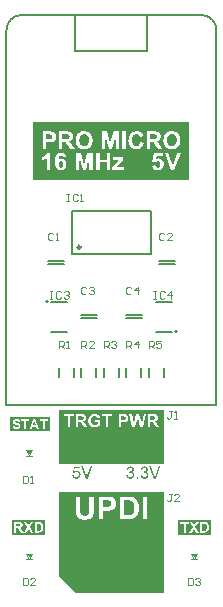
<source format=gto>
G04 Layer_Color=65535*
%FSLAX44Y44*%
%MOMM*%
G71*
G01*
G75*
%ADD15C,0.2540*%
%ADD20C,0.2000*%
%ADD21C,0.2500*%
%ADD22C,0.1270*%
%ADD23C,0.2032*%
%ADD24C,0.1000*%
%ADD25C,0.0762*%
G36*
X175749Y52832D02*
X148082D01*
Y65344D01*
X175749D01*
Y52832D01*
D02*
G37*
G36*
X35546D02*
X7112D01*
Y65344D01*
X35546D01*
Y52832D01*
D02*
G37*
G36*
X64725Y109243D02*
X60629D01*
X60085Y106490D01*
X60096Y106502D01*
X60129Y106524D01*
X60174Y106546D01*
X60240Y106590D01*
X60329Y106635D01*
X60429Y106690D01*
X60540Y106757D01*
X60673Y106812D01*
X60806Y106868D01*
X60962Y106934D01*
X61284Y107034D01*
X61461Y107079D01*
X61639Y107112D01*
X61828Y107123D01*
X62016Y107134D01*
X62072D01*
X62150Y107123D01*
X62238D01*
X62349Y107101D01*
X62483Y107090D01*
X62638Y107057D01*
X62793Y107023D01*
X62971Y106968D01*
X63148Y106912D01*
X63337Y106834D01*
X63526Y106746D01*
X63715Y106635D01*
X63903Y106513D01*
X64092Y106368D01*
X64270Y106202D01*
X64281Y106191D01*
X64314Y106157D01*
X64358Y106102D01*
X64414Y106035D01*
X64492Y105947D01*
X64569Y105824D01*
X64647Y105702D01*
X64736Y105558D01*
X64825Y105392D01*
X64902Y105203D01*
X64991Y105014D01*
X65058Y104792D01*
X65113Y104570D01*
X65158Y104326D01*
X65191Y104071D01*
X65202Y103804D01*
Y103793D01*
Y103738D01*
Y103671D01*
X65191Y103571D01*
X65180Y103449D01*
X65158Y103316D01*
X65135Y103160D01*
X65102Y102983D01*
X65058Y102805D01*
X65002Y102605D01*
X64936Y102406D01*
X64858Y102206D01*
X64769Y102006D01*
X64658Y101795D01*
X64536Y101595D01*
X64392Y101407D01*
X64381Y101396D01*
X64347Y101351D01*
X64292Y101296D01*
X64214Y101218D01*
X64114Y101118D01*
X63992Y101018D01*
X63848Y100896D01*
X63681Y100785D01*
X63504Y100674D01*
X63304Y100552D01*
X63082Y100452D01*
X62838Y100363D01*
X62582Y100274D01*
X62305Y100219D01*
X62016Y100175D01*
X61705Y100163D01*
X61572D01*
X61472Y100175D01*
X61350Y100186D01*
X61217Y100208D01*
X61062Y100230D01*
X60895Y100263D01*
X60718Y100297D01*
X60529Y100352D01*
X60340Y100419D01*
X60152Y100497D01*
X59963Y100585D01*
X59774Y100685D01*
X59597Y100807D01*
X59419Y100941D01*
X59408Y100952D01*
X59386Y100974D01*
X59341Y101018D01*
X59286Y101085D01*
X59208Y101163D01*
X59130Y101251D01*
X59053Y101362D01*
X58964Y101496D01*
X58875Y101629D01*
X58786Y101784D01*
X58709Y101962D01*
X58631Y102139D01*
X58553Y102339D01*
X58498Y102550D01*
X58453Y102783D01*
X58420Y103016D01*
X59741Y103116D01*
Y103105D01*
X59752Y103072D01*
X59763Y103027D01*
X59774Y102961D01*
X59785Y102883D01*
X59819Y102783D01*
X59874Y102572D01*
X59963Y102339D01*
X60085Y102095D01*
X60229Y101873D01*
X60318Y101773D01*
X60407Y101673D01*
X60418D01*
X60429Y101651D01*
X60462Y101629D01*
X60507Y101595D01*
X60618Y101518D01*
X60773Y101440D01*
X60962Y101351D01*
X61184Y101273D01*
X61428Y101218D01*
X61561Y101207D01*
X61705Y101196D01*
X61794D01*
X61861Y101207D01*
X61939Y101218D01*
X62027Y101229D01*
X62238Y101285D01*
X62483Y101362D01*
X62605Y101418D01*
X62738Y101484D01*
X62871Y101562D01*
X62993Y101651D01*
X63115Y101751D01*
X63237Y101873D01*
X63248Y101884D01*
X63260Y101906D01*
X63293Y101939D01*
X63337Y101995D01*
X63382Y102073D01*
X63437Y102150D01*
X63493Y102250D01*
X63559Y102361D01*
X63615Y102483D01*
X63670Y102617D01*
X63726Y102772D01*
X63770Y102927D01*
X63815Y103105D01*
X63848Y103294D01*
X63859Y103482D01*
X63870Y103693D01*
Y103704D01*
Y103738D01*
Y103793D01*
X63859Y103871D01*
X63848Y103960D01*
X63837Y104071D01*
X63815Y104182D01*
X63792Y104315D01*
X63726Y104581D01*
X63615Y104870D01*
X63548Y105003D01*
X63459Y105136D01*
X63370Y105269D01*
X63260Y105392D01*
X63248Y105403D01*
X63237Y105414D01*
X63193Y105447D01*
X63148Y105491D01*
X63093Y105536D01*
X63015Y105591D01*
X62938Y105647D01*
X62838Y105713D01*
X62727Y105769D01*
X62616Y105824D01*
X62338Y105924D01*
X62194Y105969D01*
X62027Y106002D01*
X61861Y106013D01*
X61683Y106024D01*
X61583D01*
X61461Y106013D01*
X61317Y105991D01*
X61139Y105958D01*
X60951Y105902D01*
X60762Y105836D01*
X60573Y105736D01*
X60551Y105724D01*
X60496Y105691D01*
X60407Y105625D01*
X60296Y105547D01*
X60185Y105436D01*
X60052Y105314D01*
X59930Y105169D01*
X59819Y105014D01*
X58642Y105181D01*
X59630Y110442D01*
X64725D01*
Y109243D01*
D02*
G37*
G36*
X39100Y140309D02*
X5842D01*
Y152476D01*
X39100D01*
Y140309D01*
D02*
G37*
G36*
X71207Y100330D02*
X69808D01*
X65835Y110575D01*
X67311D01*
X69975Y103127D01*
Y103116D01*
X69986Y103083D01*
X70008Y103038D01*
X70030Y102972D01*
X70053Y102894D01*
X70086Y102805D01*
X70119Y102705D01*
X70164Y102583D01*
X70241Y102328D01*
X70330Y102051D01*
X70419Y101751D01*
X70508Y101451D01*
Y101462D01*
X70519Y101484D01*
X70530Y101540D01*
X70552Y101595D01*
X70574Y101673D01*
X70596Y101762D01*
X70630Y101862D01*
X70663Y101973D01*
X70741Y102228D01*
X70841Y102517D01*
X70952Y102816D01*
X71063Y103127D01*
X73826Y110575D01*
X75203D01*
X71207Y100330D01*
D02*
G37*
G36*
X135890Y113030D02*
X46990D01*
Y158750D01*
X135890D01*
Y113030D01*
D02*
G37*
G36*
X157480Y379202D02*
Y353060D01*
X25400D01*
Y379202D01*
Y402590D01*
X157480D01*
Y379202D01*
D02*
G37*
G36*
X128859Y100330D02*
X127461D01*
X123487Y110575D01*
X124963D01*
X127627Y103127D01*
Y103116D01*
X127638Y103083D01*
X127661Y103038D01*
X127683Y102972D01*
X127705Y102894D01*
X127738Y102805D01*
X127772Y102705D01*
X127816Y102583D01*
X127894Y102328D01*
X127982Y102051D01*
X128071Y101751D01*
X128160Y101451D01*
Y101462D01*
X128171Y101484D01*
X128182Y101540D01*
X128204Y101595D01*
X128227Y101673D01*
X128249Y101762D01*
X128282Y101862D01*
X128315Y101973D01*
X128393Y102228D01*
X128493Y102517D01*
X128604Y102816D01*
X128715Y103127D01*
X131479Y110575D01*
X132855D01*
X128859Y100330D01*
D02*
G37*
G36*
X107559Y110597D02*
X107636Y110586D01*
X107847Y110564D01*
X108080Y110520D01*
X108347Y110453D01*
X108613Y110364D01*
X108880Y110242D01*
X108891D01*
X108913Y110231D01*
X108946Y110209D01*
X109002Y110176D01*
X109124Y110098D01*
X109279Y109987D01*
X109457Y109843D01*
X109634Y109676D01*
X109812Y109487D01*
X109967Y109265D01*
Y109254D01*
X109979Y109243D01*
X110001Y109199D01*
X110023Y109154D01*
X110056Y109099D01*
X110090Y109032D01*
X110156Y108866D01*
X110223Y108666D01*
X110289Y108444D01*
X110334Y108200D01*
X110345Y107944D01*
Y107933D01*
Y107911D01*
Y107878D01*
Y107833D01*
X110323Y107700D01*
X110300Y107545D01*
X110256Y107356D01*
X110189Y107156D01*
X110101Y106945D01*
X109979Y106735D01*
Y106723D01*
X109967Y106712D01*
X109912Y106646D01*
X109834Y106546D01*
X109712Y106424D01*
X109568Y106279D01*
X109379Y106135D01*
X109168Y106002D01*
X108924Y105869D01*
X108935D01*
X108968Y105858D01*
X109013Y105847D01*
X109079Y105824D01*
X109146Y105802D01*
X109235Y105769D01*
X109446Y105680D01*
X109668Y105558D01*
X109901Y105414D01*
X110134Y105225D01*
X110334Y104992D01*
X110345Y104981D01*
X110356Y104959D01*
X110378Y104925D01*
X110411Y104870D01*
X110456Y104814D01*
X110500Y104737D01*
X110545Y104648D01*
X110589Y104537D01*
X110633Y104426D01*
X110678Y104304D01*
X110767Y104026D01*
X110822Y103704D01*
X110844Y103527D01*
Y103349D01*
Y103338D01*
Y103294D01*
X110833Y103216D01*
Y103127D01*
X110811Y103005D01*
X110789Y102872D01*
X110767Y102728D01*
X110722Y102561D01*
X110667Y102383D01*
X110600Y102206D01*
X110522Y102017D01*
X110422Y101828D01*
X110311Y101629D01*
X110178Y101440D01*
X110034Y101251D01*
X109856Y101074D01*
X109845Y101063D01*
X109812Y101029D01*
X109756Y100985D01*
X109679Y100929D01*
X109590Y100863D01*
X109468Y100785D01*
X109335Y100696D01*
X109179Y100619D01*
X109013Y100530D01*
X108824Y100441D01*
X108624Y100363D01*
X108402Y100297D01*
X108169Y100241D01*
X107925Y100197D01*
X107670Y100163D01*
X107392Y100152D01*
X107337D01*
X107259Y100163D01*
X107170D01*
X107048Y100175D01*
X106915Y100197D01*
X106771Y100219D01*
X106604Y100252D01*
X106427Y100297D01*
X106249Y100352D01*
X106060Y100408D01*
X105872Y100485D01*
X105683Y100585D01*
X105505Y100685D01*
X105317Y100807D01*
X105150Y100952D01*
X105139Y100963D01*
X105117Y100985D01*
X105072Y101029D01*
X105006Y101096D01*
X104939Y101174D01*
X104861Y101273D01*
X104784Y101384D01*
X104695Y101518D01*
X104606Y101651D01*
X104517Y101817D01*
X104429Y101984D01*
X104351Y102173D01*
X104284Y102372D01*
X104218Y102583D01*
X104173Y102805D01*
X104140Y103038D01*
X105394Y103205D01*
Y103194D01*
X105405Y103160D01*
X105416Y103105D01*
X105439Y103027D01*
X105461Y102938D01*
X105483Y102839D01*
X105561Y102605D01*
X105661Y102350D01*
X105783Y102095D01*
X105938Y101862D01*
X106027Y101762D01*
X106116Y101662D01*
X106127D01*
X106138Y101640D01*
X106171Y101618D01*
X106205Y101584D01*
X106316Y101518D01*
X106471Y101429D01*
X106660Y101340D01*
X106871Y101273D01*
X107126Y101218D01*
X107392Y101196D01*
X107481D01*
X107548Y101207D01*
X107614Y101218D01*
X107714Y101229D01*
X107914Y101273D01*
X108158Y101340D01*
X108413Y101451D01*
X108535Y101529D01*
X108658Y101607D01*
X108780Y101695D01*
X108902Y101806D01*
X108913Y101817D01*
X108924Y101840D01*
X108957Y101873D01*
X109002Y101917D01*
X109046Y101973D01*
X109090Y102051D01*
X109146Y102128D01*
X109213Y102228D01*
X109324Y102450D01*
X109412Y102705D01*
X109490Y103005D01*
X109501Y103160D01*
X109512Y103327D01*
Y103338D01*
Y103360D01*
Y103416D01*
X109501Y103471D01*
X109490Y103549D01*
X109479Y103627D01*
X109446Y103826D01*
X109368Y104059D01*
X109268Y104293D01*
X109201Y104415D01*
X109124Y104526D01*
X109035Y104637D01*
X108935Y104748D01*
X108924Y104759D01*
X108913Y104770D01*
X108880Y104803D01*
X108835Y104837D01*
X108780Y104881D01*
X108713Y104925D01*
X108547Y105036D01*
X108336Y105136D01*
X108091Y105225D01*
X107814Y105292D01*
X107659Y105303D01*
X107503Y105314D01*
X107437D01*
X107359Y105303D01*
X107259D01*
X107126Y105281D01*
X106981Y105258D01*
X106804Y105225D01*
X106615Y105181D01*
X106749Y106279D01*
X106771D01*
X106826Y106268D01*
X106893Y106257D01*
X107037D01*
X107093Y106268D01*
X107170D01*
X107248Y106279D01*
X107437Y106313D01*
X107659Y106357D01*
X107903Y106435D01*
X108158Y106535D01*
X108402Y106679D01*
X108413D01*
X108436Y106701D01*
X108458Y106723D01*
X108502Y106757D01*
X108613Y106857D01*
X108735Y107001D01*
X108846Y107179D01*
X108957Y107401D01*
X109002Y107523D01*
X109024Y107667D01*
X109046Y107811D01*
X109057Y107967D01*
Y107978D01*
Y108000D01*
Y108033D01*
X109046Y108089D01*
X109035Y108211D01*
X109002Y108377D01*
X108946Y108555D01*
X108857Y108744D01*
X108735Y108943D01*
X108669Y109032D01*
X108580Y109121D01*
X108558Y109143D01*
X108491Y109188D01*
X108391Y109265D01*
X108258Y109354D01*
X108080Y109432D01*
X107870Y109509D01*
X107636Y109554D01*
X107370Y109576D01*
X107303D01*
X107248Y109565D01*
X107181D01*
X107115Y109554D01*
X106937Y109521D01*
X106749Y109465D01*
X106538Y109376D01*
X106338Y109265D01*
X106138Y109110D01*
X106116Y109088D01*
X106060Y109021D01*
X105971Y108921D01*
X105883Y108766D01*
X105772Y108577D01*
X105672Y108333D01*
X105583Y108055D01*
X105516Y107734D01*
X104262Y107956D01*
Y107967D01*
X104273Y108011D01*
X104284Y108078D01*
X104306Y108167D01*
X104340Y108266D01*
X104373Y108389D01*
X104417Y108522D01*
X104473Y108666D01*
X104617Y108988D01*
X104695Y109143D01*
X104795Y109310D01*
X104906Y109465D01*
X105028Y109621D01*
X105161Y109776D01*
X105306Y109909D01*
X105317Y109920D01*
X105339Y109942D01*
X105394Y109976D01*
X105450Y110020D01*
X105539Y110076D01*
X105627Y110131D01*
X105738Y110198D01*
X105872Y110264D01*
X106005Y110320D01*
X106160Y110386D01*
X106327Y110442D01*
X106504Y110497D01*
X106704Y110542D01*
X106904Y110575D01*
X107115Y110597D01*
X107337Y110608D01*
X107481D01*
X107559Y110597D01*
D02*
G37*
G36*
X114230Y100330D02*
X112798D01*
Y101762D01*
X114230D01*
Y100330D01*
D02*
G37*
G36*
X135890Y17780D02*
Y3810D01*
X60960Y3810D01*
X46990Y17780D01*
X135890Y17780D01*
D02*
G37*
G36*
X135890Y17780D02*
X46990D01*
Y88900D01*
X135890D01*
Y17780D01*
D02*
G37*
G36*
X119491Y110597D02*
X119569Y110586D01*
X119780Y110564D01*
X120013Y110520D01*
X120279Y110453D01*
X120546Y110364D01*
X120812Y110242D01*
X120823D01*
X120845Y110231D01*
X120878Y110209D01*
X120934Y110176D01*
X121056Y110098D01*
X121212Y109987D01*
X121389Y109843D01*
X121567Y109676D01*
X121744Y109487D01*
X121900Y109265D01*
Y109254D01*
X121911Y109243D01*
X121933Y109199D01*
X121955Y109154D01*
X121988Y109099D01*
X122022Y109032D01*
X122088Y108866D01*
X122155Y108666D01*
X122222Y108444D01*
X122266Y108200D01*
X122277Y107944D01*
Y107933D01*
Y107911D01*
Y107878D01*
Y107833D01*
X122255Y107700D01*
X122233Y107545D01*
X122188Y107356D01*
X122122Y107156D01*
X122033Y106945D01*
X121911Y106735D01*
Y106723D01*
X121900Y106712D01*
X121844Y106646D01*
X121767Y106546D01*
X121644Y106424D01*
X121500Y106279D01*
X121311Y106135D01*
X121101Y106002D01*
X120856Y105869D01*
X120867D01*
X120901Y105858D01*
X120945Y105847D01*
X121012Y105824D01*
X121078Y105802D01*
X121167Y105769D01*
X121378Y105680D01*
X121600Y105558D01*
X121833Y105414D01*
X122066Y105225D01*
X122266Y104992D01*
X122277Y104981D01*
X122288Y104959D01*
X122310Y104925D01*
X122344Y104870D01*
X122388Y104814D01*
X122432Y104737D01*
X122477Y104648D01*
X122521Y104537D01*
X122566Y104426D01*
X122610Y104304D01*
X122699Y104026D01*
X122754Y103704D01*
X122777Y103527D01*
Y103349D01*
Y103338D01*
Y103294D01*
X122766Y103216D01*
Y103127D01*
X122743Y103005D01*
X122721Y102872D01*
X122699Y102728D01*
X122654Y102561D01*
X122599Y102383D01*
X122532Y102206D01*
X122455Y102017D01*
X122355Y101828D01*
X122244Y101629D01*
X122111Y101440D01*
X121966Y101251D01*
X121789Y101074D01*
X121778Y101063D01*
X121744Y101029D01*
X121689Y100985D01*
X121611Y100929D01*
X121522Y100863D01*
X121400Y100785D01*
X121267Y100696D01*
X121112Y100619D01*
X120945Y100530D01*
X120756Y100441D01*
X120557Y100363D01*
X120335Y100297D01*
X120101Y100241D01*
X119857Y100197D01*
X119602Y100163D01*
X119325Y100152D01*
X119269D01*
X119191Y100163D01*
X119102D01*
X118980Y100175D01*
X118847Y100197D01*
X118703Y100219D01*
X118536Y100252D01*
X118359Y100297D01*
X118181Y100352D01*
X117993Y100408D01*
X117804Y100485D01*
X117615Y100585D01*
X117438Y100685D01*
X117249Y100807D01*
X117082Y100952D01*
X117071Y100963D01*
X117049Y100985D01*
X117005Y101029D01*
X116938Y101096D01*
X116872Y101174D01*
X116794Y101273D01*
X116716Y101384D01*
X116627Y101518D01*
X116538Y101651D01*
X116450Y101817D01*
X116361Y101984D01*
X116283Y102173D01*
X116217Y102372D01*
X116150Y102583D01*
X116106Y102805D01*
X116072Y103038D01*
X117327Y103205D01*
Y103194D01*
X117338Y103160D01*
X117349Y103105D01*
X117371Y103027D01*
X117393Y102938D01*
X117415Y102839D01*
X117493Y102605D01*
X117593Y102350D01*
X117715Y102095D01*
X117871Y101862D01*
X117959Y101762D01*
X118048Y101662D01*
X118059D01*
X118070Y101640D01*
X118104Y101618D01*
X118137Y101584D01*
X118248Y101518D01*
X118403Y101429D01*
X118592Y101340D01*
X118803Y101273D01*
X119058Y101218D01*
X119325Y101196D01*
X119413D01*
X119480Y101207D01*
X119546Y101218D01*
X119646Y101229D01*
X119846Y101273D01*
X120090Y101340D01*
X120346Y101451D01*
X120468Y101529D01*
X120590Y101607D01*
X120712Y101695D01*
X120834Y101806D01*
X120845Y101817D01*
X120856Y101840D01*
X120890Y101873D01*
X120934Y101917D01*
X120978Y101973D01*
X121023Y102051D01*
X121078Y102128D01*
X121145Y102228D01*
X121256Y102450D01*
X121345Y102705D01*
X121422Y103005D01*
X121433Y103160D01*
X121445Y103327D01*
Y103338D01*
Y103360D01*
Y103416D01*
X121433Y103471D01*
X121422Y103549D01*
X121411Y103627D01*
X121378Y103826D01*
X121300Y104059D01*
X121200Y104293D01*
X121134Y104415D01*
X121056Y104526D01*
X120967Y104637D01*
X120867Y104748D01*
X120856Y104759D01*
X120845Y104770D01*
X120812Y104803D01*
X120767Y104837D01*
X120712Y104881D01*
X120645Y104925D01*
X120479Y105036D01*
X120268Y105136D01*
X120024Y105225D01*
X119746Y105292D01*
X119591Y105303D01*
X119436Y105314D01*
X119369D01*
X119291Y105303D01*
X119191D01*
X119058Y105281D01*
X118914Y105258D01*
X118736Y105225D01*
X118547Y105181D01*
X118681Y106279D01*
X118703D01*
X118758Y106268D01*
X118825Y106257D01*
X118969D01*
X119025Y106268D01*
X119102D01*
X119180Y106279D01*
X119369Y106313D01*
X119591Y106357D01*
X119835Y106435D01*
X120090Y106535D01*
X120335Y106679D01*
X120346D01*
X120368Y106701D01*
X120390Y106723D01*
X120435Y106757D01*
X120546Y106857D01*
X120668Y107001D01*
X120779Y107179D01*
X120890Y107401D01*
X120934Y107523D01*
X120956Y107667D01*
X120978Y107811D01*
X120990Y107967D01*
Y107978D01*
Y108000D01*
Y108033D01*
X120978Y108089D01*
X120967Y108211D01*
X120934Y108377D01*
X120878Y108555D01*
X120790Y108744D01*
X120668Y108943D01*
X120601Y109032D01*
X120512Y109121D01*
X120490Y109143D01*
X120423Y109188D01*
X120323Y109265D01*
X120190Y109354D01*
X120013Y109432D01*
X119802Y109509D01*
X119569Y109554D01*
X119302Y109576D01*
X119236D01*
X119180Y109565D01*
X119114D01*
X119047Y109554D01*
X118869Y109521D01*
X118681Y109465D01*
X118470Y109376D01*
X118270Y109265D01*
X118070Y109110D01*
X118048Y109088D01*
X117993Y109021D01*
X117904Y108921D01*
X117815Y108766D01*
X117704Y108577D01*
X117604Y108333D01*
X117515Y108055D01*
X117449Y107734D01*
X116194Y107956D01*
Y107967D01*
X116206Y108011D01*
X116217Y108078D01*
X116239Y108167D01*
X116272Y108266D01*
X116305Y108389D01*
X116350Y108522D01*
X116405Y108666D01*
X116550Y108988D01*
X116627Y109143D01*
X116727Y109310D01*
X116838Y109465D01*
X116960Y109621D01*
X117093Y109776D01*
X117238Y109909D01*
X117249Y109920D01*
X117271Y109942D01*
X117327Y109976D01*
X117382Y110020D01*
X117471Y110076D01*
X117560Y110131D01*
X117671Y110198D01*
X117804Y110264D01*
X117937Y110320D01*
X118092Y110386D01*
X118259Y110442D01*
X118436Y110497D01*
X118636Y110542D01*
X118836Y110575D01*
X119047Y110597D01*
X119269Y110608D01*
X119413D01*
X119491Y110597D01*
D02*
G37*
%LPC*%
G36*
X165268Y63566D02*
X163172D01*
X161387Y60878D01*
X159621Y63566D01*
X157506D01*
X160320Y59267D01*
X157215Y54610D01*
X159378D01*
X161377Y57647D01*
X163366Y54610D01*
X165540D01*
X162454Y59277D01*
X165268Y63566D01*
D02*
G37*
G36*
X169954D02*
X166471D01*
Y54610D01*
X170051D01*
X170226Y54620D01*
X170391Y54629D01*
X170537Y54639D01*
X170682Y54649D01*
X170818Y54668D01*
X170935Y54688D01*
X171041Y54707D01*
X171138Y54717D01*
X171226Y54736D01*
X171303Y54756D01*
X171361Y54765D01*
X171410Y54775D01*
X171439Y54785D01*
X171458Y54794D01*
X171468D01*
X171749Y54901D01*
X172002Y55017D01*
X172215Y55134D01*
X172400Y55250D01*
X172477Y55299D01*
X172545Y55347D01*
X172594Y55396D01*
X172642Y55435D01*
X172681Y55464D01*
X172710Y55493D01*
X172720Y55503D01*
X172729Y55512D01*
X172953Y55755D01*
X173147Y56017D01*
X173312Y56279D01*
X173447Y56531D01*
X173506Y56648D01*
X173554Y56754D01*
X173593Y56851D01*
X173632Y56929D01*
X173651Y56997D01*
X173671Y57055D01*
X173690Y57084D01*
Y57094D01*
X173787Y57404D01*
X173855Y57725D01*
X173904Y58045D01*
X173933Y58346D01*
X173952Y58481D01*
X173962Y58608D01*
Y58714D01*
X173972Y58811D01*
Y58889D01*
Y58947D01*
Y58986D01*
Y58996D01*
Y59229D01*
X173962Y59452D01*
X173942Y59655D01*
X173923Y59859D01*
X173904Y60044D01*
X173874Y60218D01*
X173845Y60383D01*
X173826Y60529D01*
X173797Y60655D01*
X173768Y60771D01*
X173739Y60878D01*
X173719Y60956D01*
X173700Y61024D01*
X173680Y61072D01*
X173671Y61101D01*
Y61111D01*
X173554Y61421D01*
X173418Y61703D01*
X173273Y61955D01*
X173205Y62062D01*
X173137Y62159D01*
X173069Y62256D01*
X173011Y62333D01*
X172953Y62401D01*
X172914Y62460D01*
X172875Y62508D01*
X172846Y62537D01*
X172826Y62557D01*
X172817Y62566D01*
X172594Y62770D01*
X172370Y62945D01*
X172147Y63090D01*
X171934Y63197D01*
X171749Y63284D01*
X171672Y63323D01*
X171604Y63342D01*
X171546Y63362D01*
X171507Y63381D01*
X171478Y63391D01*
X171468D01*
X171352Y63420D01*
X171226Y63449D01*
X170954Y63488D01*
X170672Y63527D01*
X170401Y63546D01*
X170275Y63556D01*
X170051D01*
X169954Y63566D01*
D02*
G37*
G36*
X156962D02*
X149860D01*
Y62052D01*
X152519D01*
Y54610D01*
X154323D01*
Y62052D01*
X156962D01*
Y63566D01*
D02*
G37*
%LPD*%
G36*
X169625Y62042D02*
X169780D01*
X169916Y62033D01*
X170042Y62023D01*
X170149Y62013D01*
X170236D01*
X170323Y62003D01*
X170391Y61994D01*
X170449Y61984D01*
X170488Y61974D01*
X170527D01*
X170546Y61965D01*
X170566D01*
X170750Y61916D01*
X170915Y61848D01*
X171061Y61780D01*
X171177Y61712D01*
X171274Y61645D01*
X171352Y61586D01*
X171390Y61547D01*
X171410Y61538D01*
X171526Y61412D01*
X171633Y61276D01*
X171720Y61130D01*
X171788Y60994D01*
X171847Y60868D01*
X171895Y60762D01*
X171905Y60732D01*
X171915Y60703D01*
X171924Y60684D01*
Y60674D01*
X171953Y60567D01*
X171982Y60451D01*
X172031Y60189D01*
X172060Y59927D01*
X172089Y59675D01*
Y59549D01*
X172099Y59442D01*
Y59345D01*
X172108Y59258D01*
Y59180D01*
Y59131D01*
Y59093D01*
Y59083D01*
Y58899D01*
X172099Y58714D01*
X172089Y58549D01*
X172079Y58384D01*
X172070Y58239D01*
X172050Y58113D01*
X172031Y57987D01*
X172021Y57870D01*
X172002Y57773D01*
X171982Y57686D01*
X171963Y57618D01*
X171953Y57550D01*
X171944Y57501D01*
X171934Y57472D01*
X171924Y57453D01*
Y57443D01*
X171847Y57230D01*
X171769Y57055D01*
X171691Y56910D01*
X171614Y56783D01*
X171556Y56696D01*
X171497Y56628D01*
X171458Y56589D01*
X171449Y56580D01*
X171332Y56492D01*
X171216Y56415D01*
X171090Y56347D01*
X170973Y56289D01*
X170876Y56250D01*
X170799Y56221D01*
X170740Y56211D01*
X170731Y56201D01*
X170721D01*
X170653Y56192D01*
X170576Y56172D01*
X170410Y56153D01*
X170226Y56143D01*
X170042Y56133D01*
X169887Y56124D01*
X168276D01*
Y62052D01*
X169460D01*
X169625Y62042D01*
D02*
G37*
%LPC*%
G36*
X12926Y63566D02*
X8890D01*
Y54610D01*
X10695D01*
Y58346D01*
X11277D01*
X11461Y58326D01*
X11616Y58316D01*
X11743Y58297D01*
X11840Y58278D01*
X11908Y58258D01*
X11956Y58249D01*
X11966Y58239D01*
X12072Y58200D01*
X12170Y58142D01*
X12267Y58084D01*
X12344Y58016D01*
X12412Y57958D01*
X12470Y57919D01*
X12499Y57880D01*
X12509Y57870D01*
X12567Y57812D01*
X12626Y57734D01*
X12694Y57647D01*
X12771Y57550D01*
X12926Y57337D01*
X13091Y57113D01*
X13237Y56900D01*
X13305Y56813D01*
X13353Y56725D01*
X13402Y56657D01*
X13441Y56609D01*
X13460Y56570D01*
X13470Y56560D01*
X14780Y54610D01*
X16943D01*
X15847Y56347D01*
X15731Y56541D01*
X15614Y56706D01*
X15507Y56871D01*
X15410Y57016D01*
X15323Y57152D01*
X15236Y57269D01*
X15158Y57375D01*
X15090Y57472D01*
X15032Y57550D01*
X14974Y57618D01*
X14925Y57676D01*
X14886Y57725D01*
X14857Y57754D01*
X14838Y57783D01*
X14818Y57802D01*
X14673Y57948D01*
X14508Y58093D01*
X14343Y58219D01*
X14188Y58326D01*
X14052Y58423D01*
X13945Y58491D01*
X13906Y58520D01*
X13877Y58530D01*
X13858Y58549D01*
X13848D01*
X14062Y58588D01*
X14265Y58637D01*
X14450Y58695D01*
X14624Y58753D01*
X14789Y58821D01*
X14935Y58889D01*
X15061Y58957D01*
X15177Y59035D01*
X15284Y59102D01*
X15372Y59170D01*
X15449Y59229D01*
X15517Y59277D01*
X15566Y59326D01*
X15595Y59355D01*
X15614Y59374D01*
X15624Y59384D01*
X15731Y59510D01*
X15818Y59646D01*
X15895Y59782D01*
X15963Y59927D01*
X16022Y60063D01*
X16070Y60199D01*
X16138Y60470D01*
X16167Y60587D01*
X16186Y60703D01*
X16196Y60800D01*
X16206Y60888D01*
X16216Y60956D01*
Y61004D01*
Y61043D01*
Y61053D01*
X16196Y61344D01*
X16157Y61606D01*
X16090Y61848D01*
X16022Y62052D01*
X15983Y62139D01*
X15944Y62227D01*
X15915Y62295D01*
X15876Y62353D01*
X15857Y62401D01*
X15837Y62431D01*
X15818Y62450D01*
Y62460D01*
X15663Y62673D01*
X15488Y62857D01*
X15323Y63003D01*
X15158Y63129D01*
X15003Y63216D01*
X14944Y63246D01*
X14886Y63275D01*
X14838Y63294D01*
X14809Y63313D01*
X14789Y63323D01*
X14780D01*
X14654Y63362D01*
X14508Y63401D01*
X14343Y63439D01*
X14178Y63459D01*
X13838Y63507D01*
X13489Y63537D01*
X13334Y63546D01*
X13179Y63556D01*
X13043D01*
X12926Y63566D01*
D02*
G37*
G36*
X29751D02*
X26268D01*
Y54610D01*
X29848D01*
X30023Y54620D01*
X30188Y54629D01*
X30333Y54639D01*
X30479Y54649D01*
X30615Y54668D01*
X30731Y54688D01*
X30838Y54707D01*
X30935Y54717D01*
X31022Y54736D01*
X31100Y54756D01*
X31158Y54765D01*
X31206Y54775D01*
X31235Y54785D01*
X31255Y54794D01*
X31265D01*
X31546Y54901D01*
X31798Y55017D01*
X32012Y55134D01*
X32196Y55250D01*
X32274Y55299D01*
X32342Y55347D01*
X32390Y55396D01*
X32439Y55435D01*
X32478Y55464D01*
X32507Y55493D01*
X32516Y55503D01*
X32526Y55512D01*
X32749Y55755D01*
X32943Y56017D01*
X33108Y56279D01*
X33244Y56531D01*
X33302Y56648D01*
X33351Y56754D01*
X33390Y56851D01*
X33428Y56929D01*
X33448Y56997D01*
X33467Y57055D01*
X33487Y57084D01*
Y57094D01*
X33584Y57404D01*
X33651Y57725D01*
X33700Y58045D01*
X33729Y58346D01*
X33749Y58481D01*
X33758Y58608D01*
Y58714D01*
X33768Y58811D01*
Y58889D01*
Y58947D01*
Y58986D01*
Y58996D01*
Y59229D01*
X33758Y59452D01*
X33739Y59655D01*
X33719Y59859D01*
X33700Y60044D01*
X33671Y60218D01*
X33642Y60383D01*
X33622Y60529D01*
X33593Y60655D01*
X33564Y60771D01*
X33535Y60878D01*
X33516Y60956D01*
X33496Y61024D01*
X33477Y61072D01*
X33467Y61101D01*
Y61111D01*
X33351Y61421D01*
X33215Y61703D01*
X33069Y61955D01*
X33001Y62062D01*
X32933Y62159D01*
X32866Y62256D01*
X32807Y62333D01*
X32749Y62401D01*
X32710Y62460D01*
X32672Y62508D01*
X32643Y62537D01*
X32623Y62557D01*
X32613Y62566D01*
X32390Y62770D01*
X32167Y62945D01*
X31944Y63090D01*
X31730Y63197D01*
X31546Y63284D01*
X31468Y63323D01*
X31400Y63342D01*
X31342Y63362D01*
X31304Y63381D01*
X31274Y63391D01*
X31265D01*
X31148Y63420D01*
X31022Y63449D01*
X30750Y63488D01*
X30469Y63527D01*
X30197Y63546D01*
X30071Y63556D01*
X29848D01*
X29751Y63566D01*
D02*
G37*
G36*
X25065D02*
X22969D01*
X21183Y60878D01*
X19418Y63566D01*
X17302D01*
X20116Y59267D01*
X17011Y54610D01*
X19175D01*
X21174Y57647D01*
X23163Y54610D01*
X25336D01*
X22251Y59277D01*
X25065Y63566D01*
D02*
G37*
%LPD*%
G36*
X12771Y62042D02*
X13004D01*
X13101Y62033D01*
X13247D01*
X13295Y62023D01*
X13373D01*
X13412Y62013D01*
X13421D01*
X13577Y61974D01*
X13722Y61926D01*
X13838Y61877D01*
X13936Y61810D01*
X14013Y61761D01*
X14062Y61712D01*
X14100Y61674D01*
X14110Y61664D01*
X14188Y61547D01*
X14246Y61431D01*
X14295Y61315D01*
X14324Y61198D01*
X14343Y61091D01*
X14353Y61014D01*
Y60956D01*
Y60946D01*
Y60936D01*
X14343Y60791D01*
X14324Y60655D01*
X14295Y60538D01*
X14265Y60441D01*
X14226Y60364D01*
X14197Y60306D01*
X14178Y60267D01*
X14168Y60257D01*
X14091Y60160D01*
X14013Y60082D01*
X13926Y60015D01*
X13838Y59966D01*
X13771Y59927D01*
X13712Y59898D01*
X13673Y59888D01*
X13654Y59879D01*
X13586Y59859D01*
X13489Y59840D01*
X13382Y59830D01*
X13266Y59820D01*
X13004Y59801D01*
X12723Y59782D01*
X12461D01*
X12344Y59772D01*
X10695D01*
Y62052D01*
X12635D01*
X12771Y62042D01*
D02*
G37*
G36*
X29421D02*
X29576D01*
X29712Y62033D01*
X29838Y62023D01*
X29945Y62013D01*
X30032D01*
X30120Y62003D01*
X30188Y61994D01*
X30246Y61984D01*
X30285Y61974D01*
X30324D01*
X30343Y61965D01*
X30362D01*
X30547Y61916D01*
X30712Y61848D01*
X30857Y61780D01*
X30974Y61712D01*
X31071Y61645D01*
X31148Y61586D01*
X31187Y61547D01*
X31206Y61538D01*
X31323Y61412D01*
X31430Y61276D01*
X31517Y61130D01*
X31585Y60994D01*
X31643Y60868D01*
X31692Y60762D01*
X31701Y60732D01*
X31711Y60703D01*
X31721Y60684D01*
Y60674D01*
X31750Y60567D01*
X31779Y60451D01*
X31827Y60189D01*
X31857Y59927D01*
X31886Y59675D01*
Y59549D01*
X31895Y59442D01*
Y59345D01*
X31905Y59258D01*
Y59180D01*
Y59131D01*
Y59093D01*
Y59083D01*
Y58899D01*
X31895Y58714D01*
X31886Y58549D01*
X31876Y58384D01*
X31866Y58239D01*
X31847Y58113D01*
X31827Y57987D01*
X31818Y57870D01*
X31798Y57773D01*
X31779Y57686D01*
X31760Y57618D01*
X31750Y57550D01*
X31740Y57501D01*
X31730Y57472D01*
X31721Y57453D01*
Y57443D01*
X31643Y57230D01*
X31565Y57055D01*
X31488Y56910D01*
X31410Y56783D01*
X31352Y56696D01*
X31294Y56628D01*
X31255Y56589D01*
X31245Y56580D01*
X31129Y56492D01*
X31012Y56415D01*
X30886Y56347D01*
X30770Y56289D01*
X30673Y56250D01*
X30595Y56221D01*
X30537Y56211D01*
X30527Y56201D01*
X30517D01*
X30450Y56192D01*
X30372Y56172D01*
X30207Y56153D01*
X30023Y56143D01*
X29838Y56133D01*
X29683Y56124D01*
X28072D01*
Y62052D01*
X29256D01*
X29421Y62042D01*
D02*
G37*
%LPC*%
G36*
X27088Y150563D02*
X25302D01*
X22065Y142240D01*
X23842D01*
X24536Y144134D01*
X27863D01*
X28593Y142240D01*
X30424D01*
X27088Y150563D01*
D02*
G37*
G36*
X37322D02*
X30722D01*
Y149156D01*
X33192D01*
Y142240D01*
X34869D01*
Y149156D01*
X37322D01*
Y150563D01*
D02*
G37*
G36*
X11128Y150698D02*
X10974D01*
X10623Y150689D01*
X10469Y150671D01*
X10307Y150653D01*
X10163Y150626D01*
X10028Y150608D01*
X9910Y150581D01*
X9793Y150554D01*
X9685Y150518D01*
X9595Y150491D01*
X9523Y150472D01*
X9451Y150445D01*
X9405Y150427D01*
X9360Y150409D01*
X9342Y150400D01*
X9333D01*
X9099Y150283D01*
X8882Y150148D01*
X8711Y150013D01*
X8558Y149877D01*
X8450Y149751D01*
X8359Y149652D01*
X8332Y149616D01*
X8314Y149589D01*
X8296Y149571D01*
Y149562D01*
X8179Y149354D01*
X8089Y149147D01*
X8026Y148940D01*
X7981Y148759D01*
X7954Y148606D01*
X7945Y148534D01*
Y148480D01*
X7936Y148435D01*
Y148399D01*
Y148381D01*
Y148372D01*
X7945Y148191D01*
X7972Y148020D01*
X8008Y147849D01*
X8053Y147695D01*
X8116Y147551D01*
X8179Y147407D01*
X8251Y147281D01*
X8323Y147163D01*
X8386Y147055D01*
X8459Y146965D01*
X8522Y146884D01*
X8585Y146821D01*
X8630Y146767D01*
X8666Y146730D01*
X8693Y146703D01*
X8702Y146694D01*
X8810Y146604D01*
X8936Y146523D01*
X9081Y146442D01*
X9225Y146361D01*
X9541Y146226D01*
X9856Y146099D01*
X10000Y146054D01*
X10136Y146009D01*
X10262Y145964D01*
X10379Y145937D01*
X10469Y145910D01*
X10532Y145892D01*
X10578Y145874D01*
X10596D01*
X10785Y145829D01*
X10956Y145784D01*
X11110Y145748D01*
X11245Y145711D01*
X11371Y145675D01*
X11479Y145648D01*
X11579Y145621D01*
X11660Y145594D01*
X11732Y145576D01*
X11786Y145558D01*
X11840Y145540D01*
X11876Y145531D01*
X11903Y145522D01*
X11921D01*
X11939Y145513D01*
X12092Y145450D01*
X12219Y145396D01*
X12318Y145333D01*
X12408Y145279D01*
X12462Y145225D01*
X12507Y145189D01*
X12534Y145162D01*
X12543Y145153D01*
X12606Y145071D01*
X12651Y144990D01*
X12679Y144900D01*
X12706Y144819D01*
X12715Y144756D01*
X12724Y144702D01*
Y144657D01*
Y144648D01*
Y144566D01*
X12706Y144485D01*
X12660Y144332D01*
X12588Y144188D01*
X12516Y144071D01*
X12444Y143980D01*
X12372Y143908D01*
X12327Y143863D01*
X12318Y143845D01*
X12309D01*
X12228Y143782D01*
X12138Y143728D01*
X11939Y143647D01*
X11732Y143583D01*
X11533Y143547D01*
X11353Y143520D01*
X11281Y143511D01*
X11209D01*
X11155Y143502D01*
X11073D01*
X10803Y143520D01*
X10560Y143566D01*
X10352Y143620D01*
X10172Y143692D01*
X10100Y143728D01*
X10037Y143764D01*
X9973Y143791D01*
X9928Y143818D01*
X9892Y143845D01*
X9865Y143863D01*
X9856Y143881D01*
X9847D01*
X9766Y143962D01*
X9694Y144043D01*
X9568Y144233D01*
X9459Y144440D01*
X9378Y144639D01*
X9324Y144819D01*
X9297Y144891D01*
X9279Y144963D01*
X9270Y145017D01*
X9261Y145062D01*
X9252Y145089D01*
Y145098D01*
X7620Y144936D01*
X7656Y144684D01*
X7710Y144440D01*
X7773Y144224D01*
X7845Y144016D01*
X7927Y143827D01*
X8008Y143647D01*
X8098Y143493D01*
X8188Y143349D01*
X8269Y143223D01*
X8350Y143115D01*
X8432Y143025D01*
X8495Y142943D01*
X8549Y142889D01*
X8594Y142844D01*
X8621Y142817D01*
X8630Y142808D01*
X8801Y142682D01*
X8982Y142574D01*
X9171Y142474D01*
X9369Y142393D01*
X9568Y142321D01*
X9766Y142267D01*
X9964Y142213D01*
X10163Y142177D01*
X10343Y142150D01*
X10515Y142123D01*
X10668Y142105D01*
X10794Y142096D01*
X10902D01*
X10983Y142087D01*
X11254D01*
X11443Y142096D01*
X11633Y142114D01*
X11795Y142132D01*
X11957Y142159D01*
X12111Y142177D01*
X12246Y142204D01*
X12372Y142240D01*
X12480Y142267D01*
X12579Y142294D01*
X12670Y142312D01*
X12742Y142339D01*
X12796Y142357D01*
X12832Y142375D01*
X12859Y142384D01*
X12868D01*
X13129Y142510D01*
X13355Y142655D01*
X13544Y142817D01*
X13707Y142961D01*
X13833Y143097D01*
X13878Y143160D01*
X13923Y143214D01*
X13950Y143250D01*
X13977Y143286D01*
X13995Y143304D01*
Y143313D01*
X14067Y143430D01*
X14130Y143556D01*
X14230Y143791D01*
X14302Y144016D01*
X14347Y144224D01*
X14365Y144314D01*
X14383Y144395D01*
X14392Y144476D01*
Y144539D01*
X14401Y144584D01*
Y144629D01*
Y144648D01*
Y144657D01*
X14383Y144936D01*
X14347Y145198D01*
X14293Y145423D01*
X14266Y145522D01*
X14239Y145612D01*
X14202Y145694D01*
X14175Y145766D01*
X14148Y145829D01*
X14121Y145883D01*
X14094Y145928D01*
X14085Y145955D01*
X14067Y145973D01*
Y145982D01*
X13932Y146171D01*
X13779Y146343D01*
X13625Y146487D01*
X13481Y146613D01*
X13346Y146703D01*
X13238Y146776D01*
X13192Y146794D01*
X13166Y146812D01*
X13147Y146830D01*
X13138D01*
X13021Y146884D01*
X12895Y146947D01*
X12751Y147001D01*
X12606Y147055D01*
X12309Y147154D01*
X12011Y147244D01*
X11876Y147281D01*
X11741Y147317D01*
X11633Y147353D01*
X11524Y147380D01*
X11443Y147398D01*
X11380Y147416D01*
X11344Y147425D01*
X11326D01*
X11110Y147479D01*
X10911Y147533D01*
X10731Y147587D01*
X10569Y147641D01*
X10424Y147686D01*
X10298Y147731D01*
X10190Y147776D01*
X10100Y147812D01*
X10019Y147849D01*
X9946Y147885D01*
X9892Y147912D01*
X9856Y147939D01*
X9820Y147957D01*
X9802Y147975D01*
X9784Y147984D01*
X9703Y148065D01*
X9640Y148146D01*
X9604Y148236D01*
X9568Y148317D01*
X9550Y148381D01*
X9541Y148444D01*
Y148480D01*
Y148489D01*
X9550Y148606D01*
X9586Y148705D01*
X9622Y148795D01*
X9676Y148868D01*
X9721Y148922D01*
X9766Y148967D01*
X9793Y148994D01*
X9802Y149003D01*
X9973Y149102D01*
X10154Y149183D01*
X10352Y149237D01*
X10532Y149273D01*
X10704Y149291D01*
X10776Y149300D01*
X10839Y149309D01*
X10956D01*
X11209Y149300D01*
X11425Y149264D01*
X11605Y149219D01*
X11759Y149165D01*
X11876Y149111D01*
X11957Y149066D01*
X12002Y149030D01*
X12020Y149021D01*
X12147Y148904D01*
X12246Y148759D01*
X12327Y148606D01*
X12390Y148462D01*
X12435Y148327D01*
X12453Y148263D01*
X12471Y148209D01*
X12480Y148173D01*
Y148137D01*
X12489Y148119D01*
Y148110D01*
X14166Y148173D01*
X14148Y148381D01*
X14121Y148579D01*
X14076Y148768D01*
X14013Y148940D01*
X13950Y149102D01*
X13878Y149255D01*
X13806Y149390D01*
X13734Y149517D01*
X13652Y149625D01*
X13580Y149724D01*
X13517Y149814D01*
X13454Y149877D01*
X13400Y149931D01*
X13364Y149977D01*
X13337Y149995D01*
X13328Y150004D01*
X13175Y150130D01*
X13003Y150229D01*
X12814Y150328D01*
X12624Y150409D01*
X12435Y150472D01*
X12237Y150527D01*
X12038Y150572D01*
X11858Y150608D01*
X11678Y150644D01*
X11506Y150662D01*
X11362Y150680D01*
X11227Y150689D01*
X11128Y150698D01*
D02*
G37*
G36*
X21831Y150563D02*
X15230D01*
Y149156D01*
X17701D01*
Y142240D01*
X19378D01*
Y149156D01*
X21831D01*
Y150563D01*
D02*
G37*
%LPD*%
G36*
X27331Y145540D02*
X25050D01*
X26177Y148624D01*
X27331Y145540D01*
D02*
G37*
%LPC*%
G36*
X126856Y154763D02*
X121953D01*
Y143885D01*
X124145D01*
Y148423D01*
X124852D01*
X125076Y148399D01*
X125265Y148387D01*
X125418Y148364D01*
X125536Y148340D01*
X125618Y148316D01*
X125677Y148305D01*
X125689Y148293D01*
X125819Y148246D01*
X125936Y148175D01*
X126054Y148104D01*
X126149Y148022D01*
X126231Y147951D01*
X126302Y147904D01*
X126337Y147857D01*
X126349Y147845D01*
X126420Y147774D01*
X126490Y147680D01*
X126573Y147574D01*
X126667Y147456D01*
X126856Y147197D01*
X127056Y146926D01*
X127233Y146666D01*
X127315Y146560D01*
X127374Y146454D01*
X127433Y146372D01*
X127480Y146313D01*
X127504Y146266D01*
X127516Y146254D01*
X129107Y143885D01*
X131735D01*
X130403Y145995D01*
X130262Y146230D01*
X130120Y146431D01*
X129991Y146631D01*
X129873Y146808D01*
X129767Y146973D01*
X129661Y147114D01*
X129566Y147244D01*
X129484Y147362D01*
X129413Y147456D01*
X129342Y147539D01*
X129284Y147609D01*
X129236Y147668D01*
X129201Y147704D01*
X129178Y147739D01*
X129154Y147763D01*
X128977Y147939D01*
X128777Y148116D01*
X128576Y148269D01*
X128388Y148399D01*
X128223Y148517D01*
X128093Y148599D01*
X128046Y148635D01*
X128011Y148646D01*
X127987Y148670D01*
X127975D01*
X128235Y148717D01*
X128482Y148776D01*
X128706Y148847D01*
X128918Y148918D01*
X129119Y149000D01*
X129295Y149083D01*
X129449Y149165D01*
X129590Y149259D01*
X129720Y149342D01*
X129826Y149424D01*
X129920Y149495D01*
X130002Y149554D01*
X130061Y149613D01*
X130097Y149648D01*
X130120Y149672D01*
X130132Y149684D01*
X130262Y149837D01*
X130368Y150002D01*
X130462Y150167D01*
X130545Y150344D01*
X130615Y150509D01*
X130674Y150674D01*
X130757Y151004D01*
X130792Y151145D01*
X130816Y151286D01*
X130828Y151404D01*
X130839Y151510D01*
X130851Y151593D01*
Y151652D01*
Y151699D01*
Y151711D01*
X130828Y152064D01*
X130780Y152382D01*
X130698Y152677D01*
X130615Y152925D01*
X130568Y153031D01*
X130521Y153137D01*
X130486Y153219D01*
X130439Y153290D01*
X130415Y153349D01*
X130391Y153384D01*
X130368Y153408D01*
Y153420D01*
X130179Y153679D01*
X129967Y153903D01*
X129767Y154080D01*
X129566Y154233D01*
X129378Y154339D01*
X129307Y154374D01*
X129236Y154410D01*
X129178Y154433D01*
X129142Y154457D01*
X129119Y154469D01*
X129107D01*
X128954Y154516D01*
X128777Y154563D01*
X128576Y154610D01*
X128376Y154634D01*
X127964Y154692D01*
X127539Y154728D01*
X127351Y154740D01*
X127162Y154751D01*
X126997D01*
X126856Y154763D01*
D02*
G37*
G36*
X101481D02*
X97474D01*
Y143885D01*
X99666D01*
Y147986D01*
X101363D01*
X101623Y147998D01*
X101859D01*
X102082Y148010D01*
X102283Y148022D01*
X102471Y148034D01*
X102648Y148045D01*
X102801Y148069D01*
X102931Y148081D01*
X103049Y148093D01*
X103155Y148104D01*
X103237Y148116D01*
X103296Y148128D01*
X103343D01*
X103367Y148140D01*
X103379D01*
X103591Y148199D01*
X103803Y148269D01*
X103992Y148352D01*
X104157Y148434D01*
X104310Y148517D01*
X104416Y148588D01*
X104487Y148635D01*
X104498Y148646D01*
X104510D01*
X104711Y148812D01*
X104899Y148988D01*
X105052Y149165D01*
X105194Y149330D01*
X105300Y149483D01*
X105371Y149613D01*
X105406Y149660D01*
X105429Y149695D01*
X105441Y149707D01*
Y149719D01*
X105559Y149990D01*
X105653Y150273D01*
X105712Y150556D01*
X105759Y150815D01*
X105771Y150945D01*
X105783Y151051D01*
X105795Y151157D01*
X105807Y151239D01*
Y151310D01*
Y151357D01*
Y151392D01*
Y151404D01*
X105795Y151640D01*
X105783Y151876D01*
X105748Y152088D01*
X105712Y152288D01*
X105665Y152477D01*
X105606Y152654D01*
X105547Y152807D01*
X105488Y152960D01*
X105429Y153090D01*
X105371Y153196D01*
X105323Y153302D01*
X105265Y153384D01*
X105229Y153443D01*
X105194Y153490D01*
X105182Y153514D01*
X105170Y153526D01*
X105052Y153679D01*
X104923Y153809D01*
X104793Y153926D01*
X104652Y154044D01*
X104392Y154233D01*
X104145Y154374D01*
X103933Y154480D01*
X103839Y154516D01*
X103756Y154551D01*
X103697Y154575D01*
X103650Y154586D01*
X103615Y154598D01*
X103603D01*
X103473Y154622D01*
X103320Y154657D01*
X103143Y154681D01*
X102943Y154692D01*
X102731Y154704D01*
X102519Y154728D01*
X102071Y154740D01*
X101859Y154751D01*
X101670D01*
X101481Y154763D01*
D02*
G37*
G36*
X120798D02*
X118582D01*
X116932Y147162D01*
X115047Y154763D01*
X112418D01*
X110427Y147279D01*
X108800Y154763D01*
X106549D01*
X109118Y143885D01*
X111511D01*
X113679Y152017D01*
X115824Y143885D01*
X118193D01*
X120798Y154763D01*
D02*
G37*
G36*
X77380Y154940D02*
X76897D01*
X76625Y154916D01*
X76366Y154893D01*
X76119Y154858D01*
X75883Y154810D01*
X75671Y154763D01*
X75470Y154716D01*
X75294Y154669D01*
X75129Y154622D01*
X74987Y154575D01*
X74869Y154528D01*
X74763Y154480D01*
X74681Y154445D01*
X74622Y154421D01*
X74587Y154410D01*
X74575Y154398D01*
X74327Y154256D01*
X74092Y154103D01*
X73868Y153950D01*
X73667Y153785D01*
X73479Y153608D01*
X73314Y153443D01*
X73149Y153278D01*
X73019Y153113D01*
X72889Y152960D01*
X72783Y152819D01*
X72701Y152689D01*
X72618Y152583D01*
X72559Y152489D01*
X72524Y152418D01*
X72501Y152371D01*
X72489Y152359D01*
X72359Y152112D01*
X72253Y151852D01*
X72159Y151593D01*
X72076Y151334D01*
X72017Y151074D01*
X71958Y150827D01*
X71911Y150579D01*
X71876Y150355D01*
X71841Y150143D01*
X71817Y149955D01*
X71805Y149778D01*
X71793Y149625D01*
X71782Y149507D01*
Y149413D01*
Y149365D01*
Y149342D01*
X71793Y149047D01*
X71805Y148764D01*
X71841Y148493D01*
X71876Y148222D01*
X71935Y147975D01*
X71982Y147739D01*
X72041Y147515D01*
X72100Y147303D01*
X72159Y147114D01*
X72218Y146949D01*
X72277Y146796D01*
X72324Y146678D01*
X72359Y146572D01*
X72394Y146502D01*
X72406Y146454D01*
X72418Y146443D01*
X72548Y146195D01*
X72677Y145971D01*
X72831Y145759D01*
X72984Y145559D01*
X73137Y145382D01*
X73302Y145205D01*
X73455Y145052D01*
X73608Y144922D01*
X73750Y144793D01*
X73879Y144686D01*
X74009Y144604D01*
X74103Y144522D01*
X74198Y144463D01*
X74257Y144427D01*
X74304Y144404D01*
X74316Y144392D01*
X74563Y144262D01*
X74811Y144156D01*
X75058Y144062D01*
X75317Y143979D01*
X75577Y143920D01*
X75824Y143862D01*
X76060Y143814D01*
X76284Y143779D01*
X76496Y143744D01*
X76684Y143720D01*
X76861Y143708D01*
X77014Y143696D01*
X77132Y143685D01*
X77297D01*
X77545Y143696D01*
X77792Y143708D01*
X78275Y143767D01*
X78511Y143803D01*
X78723Y143850D01*
X78935Y143897D01*
X79124Y143944D01*
X79301Y143991D01*
X79466Y144026D01*
X79607Y144074D01*
X79725Y144109D01*
X79819Y144144D01*
X79890Y144168D01*
X79937Y144192D01*
X79949D01*
X80185Y144286D01*
X80409Y144392D01*
X80621Y144486D01*
X80809Y144592D01*
X80998Y144686D01*
X81163Y144781D01*
X81304Y144875D01*
X81446Y144969D01*
X81564Y145052D01*
X81670Y145123D01*
X81752Y145193D01*
X81823Y145252D01*
X81882Y145299D01*
X81917Y145335D01*
X81941Y145346D01*
X81953Y145358D01*
Y149707D01*
X77227D01*
Y147869D01*
X79737D01*
Y146478D01*
X79536Y146336D01*
X79336Y146219D01*
X79136Y146113D01*
X78947Y146018D01*
X78782Y145936D01*
X78653Y145877D01*
X78605Y145853D01*
X78570Y145842D01*
X78547Y145830D01*
X78535D01*
X78275Y145735D01*
X78028Y145676D01*
X77804Y145629D01*
X77592Y145594D01*
X77415Y145570D01*
X77333D01*
X77274Y145559D01*
X77156D01*
X76897Y145570D01*
X76661Y145606D01*
X76437Y145653D01*
X76213Y145712D01*
X76013Y145783D01*
X75836Y145865D01*
X75659Y145948D01*
X75506Y146042D01*
X75376Y146136D01*
X75247Y146219D01*
X75152Y146301D01*
X75058Y146372D01*
X74999Y146431D01*
X74940Y146490D01*
X74917Y146513D01*
X74905Y146525D01*
X74752Y146714D01*
X74622Y146926D01*
X74504Y147150D01*
X74410Y147385D01*
X74327Y147633D01*
X74257Y147869D01*
X74198Y148116D01*
X74151Y148340D01*
X74115Y148564D01*
X74092Y148776D01*
X74068Y148953D01*
X74056Y149118D01*
Y149248D01*
X74044Y149354D01*
Y149413D01*
Y149436D01*
X74056Y149766D01*
X74080Y150072D01*
X74127Y150355D01*
X74174Y150615D01*
X74245Y150862D01*
X74316Y151086D01*
X74386Y151286D01*
X74469Y151463D01*
X74551Y151628D01*
X74622Y151758D01*
X74693Y151876D01*
X74763Y151970D01*
X74811Y152052D01*
X74858Y152100D01*
X74881Y152135D01*
X74893Y152147D01*
X75058Y152312D01*
X75235Y152453D01*
X75423Y152571D01*
X75612Y152677D01*
X75800Y152771D01*
X75989Y152842D01*
X76178Y152901D01*
X76354Y152948D01*
X76519Y152984D01*
X76684Y153019D01*
X76826Y153042D01*
X76944Y153054D01*
X77038Y153066D01*
X77179D01*
X77521Y153042D01*
X77828Y152995D01*
X78099Y152913D01*
X78323Y152830D01*
X78417Y152783D01*
X78511Y152748D01*
X78582Y152701D01*
X78641Y152665D01*
X78700Y152642D01*
X78735Y152618D01*
X78747Y152595D01*
X78759D01*
X78983Y152406D01*
X79159Y152206D01*
X79313Y151994D01*
X79430Y151793D01*
X79525Y151616D01*
X79560Y151534D01*
X79584Y151463D01*
X79607Y151416D01*
X79619Y151369D01*
X79631Y151345D01*
Y151334D01*
X81811Y151746D01*
X81741Y152017D01*
X81658Y152276D01*
X81552Y152524D01*
X81446Y152748D01*
X81328Y152948D01*
X81198Y153149D01*
X81081Y153325D01*
X80951Y153479D01*
X80833Y153620D01*
X80715Y153750D01*
X80609Y153844D01*
X80527Y153938D01*
X80444Y154009D01*
X80385Y154056D01*
X80350Y154080D01*
X80338Y154091D01*
X80114Y154245D01*
X79878Y154374D01*
X79631Y154480D01*
X79372Y154586D01*
X79100Y154669D01*
X78841Y154728D01*
X78582Y154787D01*
X78334Y154834D01*
X78099Y154869D01*
X77887Y154893D01*
X77686Y154916D01*
X77509Y154928D01*
X77380Y154940D01*
D02*
G37*
G36*
X91841Y154763D02*
X83214D01*
Y152925D01*
X86443D01*
Y143885D01*
X88635D01*
Y152925D01*
X91841D01*
Y154763D01*
D02*
G37*
G36*
X59772D02*
X51145D01*
Y152925D01*
X54374D01*
Y143885D01*
X56566D01*
Y152925D01*
X59772D01*
Y154763D01*
D02*
G37*
G36*
X66089D02*
X61186D01*
Y143885D01*
X63379D01*
Y148423D01*
X64086D01*
X64310Y148399D01*
X64498Y148387D01*
X64651Y148364D01*
X64769Y148340D01*
X64852Y148316D01*
X64911Y148305D01*
X64922Y148293D01*
X65052Y148246D01*
X65170Y148175D01*
X65288Y148104D01*
X65382Y148022D01*
X65465Y147951D01*
X65535Y147904D01*
X65571Y147857D01*
X65582Y147845D01*
X65653Y147774D01*
X65724Y147680D01*
X65806Y147574D01*
X65901Y147456D01*
X66089Y147197D01*
X66290Y146926D01*
X66466Y146666D01*
X66549Y146560D01*
X66608Y146454D01*
X66667Y146372D01*
X66714Y146313D01*
X66737Y146266D01*
X66749Y146254D01*
X68340Y143885D01*
X70968D01*
X69637Y145995D01*
X69495Y146230D01*
X69354Y146431D01*
X69224Y146631D01*
X69106Y146808D01*
X69000Y146973D01*
X68894Y147114D01*
X68800Y147244D01*
X68717Y147362D01*
X68647Y147456D01*
X68576Y147539D01*
X68517Y147609D01*
X68470Y147668D01*
X68435Y147704D01*
X68411Y147739D01*
X68387Y147763D01*
X68211Y147939D01*
X68010Y148116D01*
X67810Y148269D01*
X67621Y148399D01*
X67456Y148517D01*
X67327Y148599D01*
X67280Y148635D01*
X67244Y148646D01*
X67221Y148670D01*
X67209D01*
X67468Y148717D01*
X67716Y148776D01*
X67940Y148847D01*
X68152Y148918D01*
X68352Y149000D01*
X68529Y149083D01*
X68682Y149165D01*
X68823Y149259D01*
X68953Y149342D01*
X69059Y149424D01*
X69153Y149495D01*
X69236Y149554D01*
X69295Y149613D01*
X69330Y149648D01*
X69354Y149672D01*
X69366Y149684D01*
X69495Y149837D01*
X69601Y150002D01*
X69696Y150167D01*
X69778Y150344D01*
X69849Y150509D01*
X69908Y150674D01*
X69990Y151004D01*
X70026Y151145D01*
X70049Y151286D01*
X70061Y151404D01*
X70073Y151510D01*
X70085Y151593D01*
Y151652D01*
Y151699D01*
Y151711D01*
X70061Y152064D01*
X70014Y152382D01*
X69931Y152677D01*
X69849Y152925D01*
X69802Y153031D01*
X69755Y153137D01*
X69719Y153219D01*
X69672Y153290D01*
X69648Y153349D01*
X69625Y153384D01*
X69601Y153408D01*
Y153420D01*
X69413Y153679D01*
X69201Y153903D01*
X69000Y154080D01*
X68800Y154233D01*
X68611Y154339D01*
X68541Y154374D01*
X68470Y154410D01*
X68411Y154433D01*
X68376Y154457D01*
X68352Y154469D01*
X68340D01*
X68187Y154516D01*
X68010Y154563D01*
X67810Y154610D01*
X67610Y154634D01*
X67197Y154692D01*
X66773Y154728D01*
X66584Y154740D01*
X66396Y154751D01*
X66231D01*
X66089Y154763D01*
D02*
G37*
%LPD*%
G36*
X126667Y152913D02*
X126950D01*
X127068Y152901D01*
X127245D01*
X127304Y152889D01*
X127398D01*
X127445Y152878D01*
X127457D01*
X127645Y152830D01*
X127822Y152771D01*
X127964Y152712D01*
X128081Y152630D01*
X128176Y152571D01*
X128235Y152512D01*
X128282Y152465D01*
X128294Y152453D01*
X128388Y152312D01*
X128459Y152170D01*
X128518Y152029D01*
X128553Y151888D01*
X128576Y151758D01*
X128588Y151664D01*
Y151593D01*
Y151581D01*
Y151569D01*
X128576Y151392D01*
X128553Y151228D01*
X128518Y151086D01*
X128482Y150968D01*
X128435Y150874D01*
X128400Y150803D01*
X128376Y150756D01*
X128364Y150744D01*
X128270Y150626D01*
X128176Y150532D01*
X128070Y150450D01*
X127964Y150391D01*
X127881Y150344D01*
X127810Y150308D01*
X127763Y150296D01*
X127740Y150285D01*
X127657Y150261D01*
X127539Y150238D01*
X127410Y150226D01*
X127268Y150214D01*
X126950Y150190D01*
X126608Y150167D01*
X126290D01*
X126149Y150155D01*
X124145D01*
Y152925D01*
X126502D01*
X126667Y152913D01*
D02*
G37*
G36*
X101316D02*
X101469D01*
X101611Y152901D01*
X101741D01*
X101859Y152889D01*
X101965D01*
X102047Y152878D01*
X102118Y152866D01*
X102177D01*
X102224Y152854D01*
X102283Y152842D01*
X102306D01*
X102495Y152795D01*
X102672Y152724D01*
X102825Y152654D01*
X102943Y152571D01*
X103049Y152489D01*
X103131Y152418D01*
X103179Y152371D01*
X103190Y152359D01*
X103308Y152206D01*
X103391Y152041D01*
X103461Y151876D01*
X103497Y151722D01*
X103520Y151593D01*
X103544Y151475D01*
Y151404D01*
Y151392D01*
Y151381D01*
X103532Y151204D01*
X103509Y151039D01*
X103461Y150898D01*
X103414Y150780D01*
X103367Y150674D01*
X103320Y150603D01*
X103296Y150544D01*
X103285Y150532D01*
X103190Y150402D01*
X103072Y150296D01*
X102955Y150202D01*
X102849Y150120D01*
X102754Y150061D01*
X102672Y150025D01*
X102625Y150002D01*
X102601Y149990D01*
X102507Y149966D01*
X102401Y149931D01*
X102283Y149919D01*
X102141Y149896D01*
X101859Y149860D01*
X101576Y149849D01*
X101305Y149837D01*
X101187Y149825D01*
X99666D01*
Y152925D01*
X101139D01*
X101316Y152913D01*
D02*
G37*
G36*
X65901D02*
X66184D01*
X66301Y152901D01*
X66478D01*
X66537Y152889D01*
X66631D01*
X66679Y152878D01*
X66690D01*
X66879Y152830D01*
X67056Y152771D01*
X67197Y152712D01*
X67315Y152630D01*
X67409Y152571D01*
X67468Y152512D01*
X67515Y152465D01*
X67527Y152453D01*
X67621Y152312D01*
X67692Y152170D01*
X67751Y152029D01*
X67786Y151888D01*
X67810Y151758D01*
X67822Y151664D01*
Y151593D01*
Y151581D01*
Y151569D01*
X67810Y151392D01*
X67786Y151228D01*
X67751Y151086D01*
X67716Y150968D01*
X67668Y150874D01*
X67633Y150803D01*
X67610Y150756D01*
X67598Y150744D01*
X67503Y150626D01*
X67409Y150532D01*
X67303Y150450D01*
X67197Y150391D01*
X67115Y150344D01*
X67044Y150308D01*
X66997Y150296D01*
X66973Y150285D01*
X66891Y150261D01*
X66773Y150238D01*
X66643Y150226D01*
X66502Y150214D01*
X66184Y150190D01*
X65842Y150167D01*
X65524D01*
X65382Y150155D01*
X63379D01*
Y152925D01*
X65736D01*
X65901Y152913D01*
D02*
G37*
%LPC*%
G36*
X142667Y394435D02*
X142524D01*
X141870Y394403D01*
X141264Y394339D01*
X140992Y394291D01*
X140721Y394244D01*
X140482Y394196D01*
X140259Y394148D01*
X140051Y394084D01*
X139876Y394036D01*
X139716Y393988D01*
X139589Y393941D01*
X139493Y393893D01*
X139413Y393877D01*
X139365Y393845D01*
X139349D01*
X138967Y393669D01*
X138616Y393462D01*
X138281Y393239D01*
X138010Y393015D01*
X137770Y392824D01*
X137675Y392744D01*
X137595Y392664D01*
X137531Y392601D01*
X137483Y392553D01*
X137451Y392537D01*
X137435Y392521D01*
X137132Y392170D01*
X136861Y391835D01*
X136622Y391484D01*
X136430Y391181D01*
X136287Y390894D01*
X136223Y390782D01*
X136175Y390686D01*
X136127Y390607D01*
X136095Y390543D01*
X136079Y390511D01*
Y390495D01*
X135968Y390208D01*
X135856Y389889D01*
X135697Y389267D01*
X135569Y388629D01*
X135537Y388326D01*
X135489Y388039D01*
X135473Y387751D01*
X135441Y387512D01*
X135425Y387289D01*
Y387097D01*
X135409Y386938D01*
Y386810D01*
Y386746D01*
Y386715D01*
X135425Y386077D01*
X135489Y385470D01*
X135585Y384896D01*
X135713Y384370D01*
X135856Y383875D01*
X136016Y383429D01*
X136191Y383014D01*
X136383Y382647D01*
X136558Y382312D01*
X136733Y382025D01*
X136893Y381770D01*
X137037Y381562D01*
X137164Y381403D01*
X137260Y381291D01*
X137324Y381227D01*
X137340Y381195D01*
X137722Y380845D01*
X138121Y380541D01*
X138536Y380270D01*
X138967Y380047D01*
X139397Y379856D01*
X139844Y379696D01*
X140259Y379552D01*
X140673Y379457D01*
X141056Y379361D01*
X141407Y379313D01*
X141742Y379265D01*
X142013Y379234D01*
X142237Y379218D01*
X142412Y379202D01*
X142556D01*
X143146Y379218D01*
X143720Y379281D01*
X144246Y379393D01*
X144741Y379521D01*
X145204Y379664D01*
X145634Y379840D01*
X146017Y380015D01*
X146368Y380206D01*
X146687Y380398D01*
X146958Y380573D01*
X147197Y380749D01*
X147389Y380892D01*
X147548Y381020D01*
X147644Y381132D01*
X147724Y381195D01*
X147740Y381212D01*
X148091Y381610D01*
X148378Y382025D01*
X148649Y382472D01*
X148872Y382934D01*
X149048Y383397D01*
X149207Y383859D01*
X149335Y384322D01*
X149446Y384753D01*
X149526Y385167D01*
X149590Y385566D01*
X149622Y385901D01*
X149654Y386204D01*
X149670Y386459D01*
X149686Y386555D01*
Y386635D01*
Y386699D01*
Y386746D01*
Y386778D01*
Y386794D01*
X149670Y387448D01*
X149606Y388070D01*
X149510Y388645D01*
X149383Y389187D01*
X149239Y389682D01*
X149064Y390144D01*
X148888Y390575D01*
X148713Y390942D01*
X148521Y391293D01*
X148346Y391580D01*
X148186Y391835D01*
X148027Y392042D01*
X147899Y392202D01*
X147804Y392313D01*
X147740Y392393D01*
X147724Y392409D01*
X147341Y392760D01*
X146942Y393079D01*
X146528Y393350D01*
X146097Y393574D01*
X145650Y393781D01*
X145219Y393941D01*
X144805Y394068D01*
X144390Y394180D01*
X144007Y394259D01*
X143656Y394323D01*
X143337Y394371D01*
X143066Y394403D01*
X142843Y394419D01*
X142667Y394435D01*
D02*
G37*
G36*
X38618Y394196D02*
X33194D01*
Y379473D01*
X36161D01*
Y385024D01*
X38458D01*
X38809Y385040D01*
X39128D01*
X39431Y385056D01*
X39702Y385072D01*
X39957Y385088D01*
X40197Y385103D01*
X40404Y385135D01*
X40580Y385151D01*
X40739Y385167D01*
X40883Y385183D01*
X40994Y385199D01*
X41074Y385215D01*
X41138D01*
X41170Y385231D01*
X41186D01*
X41473Y385311D01*
X41760Y385407D01*
X42015Y385518D01*
X42238Y385630D01*
X42446Y385742D01*
X42589Y385837D01*
X42685Y385901D01*
X42701Y385917D01*
X42717D01*
X42988Y386140D01*
X43243Y386380D01*
X43451Y386619D01*
X43642Y386842D01*
X43786Y387050D01*
X43882Y387225D01*
X43929Y387289D01*
X43961Y387337D01*
X43977Y387353D01*
Y387369D01*
X44137Y387735D01*
X44264Y388118D01*
X44344Y388501D01*
X44408Y388852D01*
X44424Y389027D01*
X44440Y389171D01*
X44456Y389315D01*
X44472Y389426D01*
Y389522D01*
Y389586D01*
Y389634D01*
Y389650D01*
X44456Y389969D01*
X44440Y390288D01*
X44392Y390575D01*
X44344Y390846D01*
X44280Y391101D01*
X44201Y391340D01*
X44121Y391548D01*
X44041Y391755D01*
X43961Y391931D01*
X43882Y392074D01*
X43818Y392218D01*
X43738Y392329D01*
X43690Y392409D01*
X43642Y392473D01*
X43626Y392505D01*
X43610Y392521D01*
X43451Y392728D01*
X43275Y392904D01*
X43100Y393063D01*
X42909Y393223D01*
X42558Y393478D01*
X42223Y393669D01*
X41936Y393813D01*
X41808Y393861D01*
X41696Y393909D01*
X41616Y393941D01*
X41553Y393956D01*
X41505Y393972D01*
X41489D01*
X41313Y394004D01*
X41106Y394052D01*
X40867Y394084D01*
X40595Y394100D01*
X40308Y394116D01*
X40021Y394148D01*
X39415Y394164D01*
X39128Y394180D01*
X38873D01*
X38618Y394196D01*
D02*
G37*
G36*
X68414Y394435D02*
X68271D01*
X67617Y394403D01*
X67011Y394339D01*
X66740Y394291D01*
X66468Y394244D01*
X66229Y394196D01*
X66006Y394148D01*
X65798Y394084D01*
X65623Y394036D01*
X65464Y393988D01*
X65336Y393941D01*
X65240Y393893D01*
X65160Y393877D01*
X65113Y393845D01*
X65097D01*
X64714Y393669D01*
X64363Y393462D01*
X64028Y393239D01*
X63757Y393015D01*
X63517Y392824D01*
X63422Y392744D01*
X63342Y392664D01*
X63278Y392601D01*
X63230Y392553D01*
X63198Y392537D01*
X63182Y392521D01*
X62879Y392170D01*
X62608Y391835D01*
X62369Y391484D01*
X62178Y391181D01*
X62034Y390894D01*
X61970Y390782D01*
X61922Y390686D01*
X61874Y390607D01*
X61842Y390543D01*
X61827Y390511D01*
Y390495D01*
X61715Y390208D01*
X61603Y389889D01*
X61444Y389267D01*
X61316Y388629D01*
X61284Y388326D01*
X61236Y388039D01*
X61220Y387751D01*
X61189Y387512D01*
X61173Y387289D01*
Y387097D01*
X61157Y386938D01*
Y386810D01*
Y386746D01*
Y386715D01*
X61173Y386077D01*
X61236Y385470D01*
X61332Y384896D01*
X61460Y384370D01*
X61603Y383875D01*
X61763Y383429D01*
X61938Y383014D01*
X62130Y382647D01*
X62305Y382312D01*
X62481Y382025D01*
X62640Y381770D01*
X62784Y381562D01*
X62911Y381403D01*
X63007Y381291D01*
X63071Y381227D01*
X63087Y381195D01*
X63470Y380845D01*
X63868Y380541D01*
X64283Y380270D01*
X64714Y380047D01*
X65144Y379856D01*
X65591Y379696D01*
X66006Y379552D01*
X66420Y379457D01*
X66803Y379361D01*
X67154Y379313D01*
X67489Y379265D01*
X67760Y379234D01*
X67984Y379218D01*
X68159Y379202D01*
X68303D01*
X68893Y379218D01*
X69467Y379281D01*
X69994Y379393D01*
X70488Y379521D01*
X70951Y379664D01*
X71381Y379840D01*
X71764Y380015D01*
X72115Y380206D01*
X72434Y380398D01*
X72705Y380573D01*
X72945Y380749D01*
X73136Y380892D01*
X73295Y381020D01*
X73391Y381132D01*
X73471Y381195D01*
X73487Y381212D01*
X73838Y381610D01*
X74125Y382025D01*
X74396Y382472D01*
X74619Y382934D01*
X74795Y383397D01*
X74954Y383859D01*
X75082Y384322D01*
X75194Y384753D01*
X75273Y385167D01*
X75337Y385566D01*
X75369Y385901D01*
X75401Y386204D01*
X75417Y386459D01*
X75433Y386555D01*
Y386635D01*
Y386699D01*
Y386746D01*
Y386778D01*
Y386794D01*
X75417Y387448D01*
X75353Y388070D01*
X75258Y388645D01*
X75130Y389187D01*
X74986Y389682D01*
X74811Y390144D01*
X74635Y390575D01*
X74460Y390942D01*
X74268Y391293D01*
X74093Y391580D01*
X73934Y391835D01*
X73774Y392042D01*
X73646Y392202D01*
X73551Y392313D01*
X73487Y392393D01*
X73471Y392409D01*
X73088Y392760D01*
X72689Y393079D01*
X72275Y393350D01*
X71844Y393574D01*
X71397Y393781D01*
X70967Y393941D01*
X70552Y394068D01*
X70137Y394180D01*
X69754Y394259D01*
X69403Y394323D01*
X69084Y394371D01*
X68813Y394403D01*
X68590Y394419D01*
X68414Y394435D01*
D02*
G37*
G36*
X90196Y376209D02*
X87229D01*
Y370419D01*
X81391D01*
Y376209D01*
X78424D01*
Y361486D01*
X81391D01*
Y367930D01*
X87229D01*
Y361486D01*
X90196D01*
Y376209D01*
D02*
G37*
G36*
X49058Y376257D02*
X48898D01*
X48467Y376241D01*
X48037Y376177D01*
X47654Y376097D01*
X47287Y375970D01*
X46936Y375842D01*
X46617Y375683D01*
X46314Y375523D01*
X46059Y375364D01*
X45820Y375188D01*
X45612Y375029D01*
X45421Y374869D01*
X45277Y374742D01*
X45166Y374614D01*
X45070Y374534D01*
X45022Y374470D01*
X45006Y374454D01*
X44751Y374088D01*
X44512Y373689D01*
X44320Y373258D01*
X44145Y372796D01*
X44001Y372317D01*
X43889Y371823D01*
X43794Y371344D01*
X43714Y370866D01*
X43650Y370419D01*
X43602Y369988D01*
X43570Y369605D01*
X43538Y369270D01*
Y369127D01*
Y368999D01*
X43523Y368888D01*
Y368792D01*
Y368712D01*
Y368664D01*
Y368632D01*
Y368616D01*
X43538Y367899D01*
X43586Y367245D01*
X43650Y366623D01*
X43746Y366064D01*
X43858Y365554D01*
X43969Y365091D01*
X44097Y364676D01*
X44240Y364294D01*
X44368Y363975D01*
X44496Y363703D01*
X44607Y363464D01*
X44719Y363273D01*
X44815Y363129D01*
X44878Y363018D01*
X44926Y362954D01*
X44942Y362938D01*
X45213Y362635D01*
X45517Y362364D01*
X45820Y362140D01*
X46123Y361949D01*
X46426Y361773D01*
X46729Y361630D01*
X47032Y361518D01*
X47319Y361438D01*
X47590Y361359D01*
X47829Y361311D01*
X48053Y361263D01*
X48244Y361247D01*
X48404Y361231D01*
X48515Y361215D01*
X48611D01*
X48994Y361231D01*
X49361Y361279D01*
X49696Y361343D01*
X50015Y361422D01*
X50318Y361534D01*
X50605Y361646D01*
X50860Y361773D01*
X51083Y361901D01*
X51291Y362013D01*
X51482Y362140D01*
X51642Y362252D01*
X51769Y362364D01*
X51881Y362443D01*
X51945Y362507D01*
X51993Y362555D01*
X52009Y362571D01*
X52248Y362842D01*
X52455Y363113D01*
X52631Y363416D01*
X52790Y363703D01*
X52918Y364007D01*
X53029Y364310D01*
X53109Y364613D01*
X53189Y364884D01*
X53237Y365155D01*
X53285Y365410D01*
X53301Y365634D01*
X53333Y365825D01*
Y365969D01*
X53348Y366096D01*
Y366160D01*
Y366192D01*
X53333Y366575D01*
X53301Y366958D01*
X53237Y367292D01*
X53157Y367627D01*
X53061Y367930D01*
X52950Y368218D01*
X52838Y368489D01*
X52726Y368712D01*
X52599Y368935D01*
X52487Y369111D01*
X52375Y369270D01*
X52280Y369414D01*
X52200Y369510D01*
X52136Y369589D01*
X52104Y369637D01*
X52088Y369653D01*
X51849Y369893D01*
X51594Y370100D01*
X51339Y370275D01*
X51083Y370435D01*
X50828Y370562D01*
X50573Y370674D01*
X50334Y370770D01*
X50094Y370834D01*
X49887Y370897D01*
X49680Y370945D01*
X49504Y370961D01*
X49361Y370993D01*
X49233D01*
X49137Y371009D01*
X49058D01*
X48770Y370993D01*
X48499Y370961D01*
X48228Y370897D01*
X47989Y370818D01*
X47750Y370722D01*
X47542Y370610D01*
X47335Y370499D01*
X47160Y370387D01*
X46984Y370259D01*
X46840Y370148D01*
X46729Y370036D01*
X46617Y369940D01*
X46537Y369861D01*
X46474Y369797D01*
X46442Y369765D01*
X46426Y369749D01*
X46458Y370211D01*
X46505Y370626D01*
X46569Y371009D01*
X46617Y371344D01*
X46681Y371663D01*
X46745Y371934D01*
X46824Y372174D01*
X46888Y372381D01*
X46952Y372556D01*
X47000Y372716D01*
X47064Y372844D01*
X47112Y372939D01*
X47144Y373003D01*
X47175Y373067D01*
X47207Y373083D01*
Y373099D01*
X47335Y373242D01*
X47447Y373370D01*
X47574Y373481D01*
X47702Y373577D01*
X47957Y373721D01*
X48196Y373816D01*
X48404Y373864D01*
X48579Y373896D01*
X48643Y373912D01*
X48723D01*
X48962Y373896D01*
X49169Y373848D01*
X49361Y373785D01*
X49520Y373705D01*
X49648Y373625D01*
X49728Y373561D01*
X49791Y373513D01*
X49807Y373497D01*
X49951Y373338D01*
X50079Y373131D01*
X50174Y372939D01*
X50238Y372732D01*
X50286Y372556D01*
X50334Y372413D01*
X50350Y372301D01*
Y372285D01*
Y372269D01*
X53077Y372556D01*
X53014Y372891D01*
X52934Y373194D01*
X52838Y373481D01*
X52726Y373753D01*
X52615Y373992D01*
X52503Y374215D01*
X52375Y374423D01*
X52264Y374598D01*
X52152Y374773D01*
X52041Y374901D01*
X51945Y375029D01*
X51849Y375125D01*
X51785Y375204D01*
X51722Y375252D01*
X51690Y375284D01*
X51674Y375300D01*
X51466Y375475D01*
X51243Y375619D01*
X51004Y375747D01*
X50780Y375858D01*
X50541Y375954D01*
X50318Y376018D01*
X49871Y376145D01*
X49680Y376177D01*
X49488Y376209D01*
X49313Y376225D01*
X49185Y376241D01*
X49058Y376257D01*
D02*
G37*
G36*
X97621Y394196D02*
X93155D01*
X90539Y384146D01*
X87891Y394196D01*
X83441D01*
Y379473D01*
X86184D01*
Y391053D01*
X89087Y379473D01*
X91958D01*
X94861Y391053D01*
X94878Y379473D01*
X97621D01*
Y394196D01*
D02*
G37*
G36*
X112791Y394435D02*
X112663D01*
X112105Y394419D01*
X111562Y394355D01*
X111052Y394244D01*
X110574Y394116D01*
X110127Y393956D01*
X109728Y393797D01*
X109345Y393605D01*
X109010Y393414D01*
X108707Y393223D01*
X108436Y393047D01*
X108213Y392872D01*
X108021Y392712D01*
X107862Y392585D01*
X107766Y392489D01*
X107686Y392409D01*
X107670Y392393D01*
X107335Y391995D01*
X107048Y391564D01*
X106793Y391117D01*
X106586Y390655D01*
X106394Y390176D01*
X106251Y389697D01*
X106123Y389235D01*
X106027Y388772D01*
X105948Y388358D01*
X105884Y387959D01*
X105852Y387592D01*
X105820Y387289D01*
X105804Y387034D01*
X105788Y386938D01*
Y386842D01*
Y386778D01*
Y386731D01*
Y386699D01*
Y386683D01*
X105804Y386045D01*
X105868Y385454D01*
X105964Y384896D01*
X106075Y384370D01*
X106219Y383875D01*
X106378Y383429D01*
X106554Y383014D01*
X106729Y382647D01*
X106905Y382312D01*
X107080Y382025D01*
X107240Y381786D01*
X107383Y381578D01*
X107495Y381419D01*
X107591Y381307D01*
X107654Y381227D01*
X107670Y381212D01*
X108037Y380860D01*
X108420Y380558D01*
X108819Y380286D01*
X109218Y380063D01*
X109616Y379872D01*
X110015Y379712D01*
X110414Y379568D01*
X110781Y379473D01*
X111132Y379377D01*
X111467Y379329D01*
X111754Y379281D01*
X111993Y379249D01*
X112200Y379234D01*
X112360Y379218D01*
X112488D01*
X112918Y379234D01*
X113333Y379265D01*
X113732Y379329D01*
X114099Y379393D01*
X114450Y379489D01*
X114769Y379584D01*
X115072Y379696D01*
X115327Y379808D01*
X115582Y379903D01*
X115789Y380015D01*
X115965Y380111D01*
X116124Y380206D01*
X116236Y380270D01*
X116332Y380334D01*
X116380Y380366D01*
X116396Y380382D01*
X116683Y380621D01*
X116938Y380877D01*
X117177Y381148D01*
X117401Y381451D01*
X117592Y381738D01*
X117783Y382041D01*
X117943Y382344D01*
X118087Y382631D01*
X118214Y382902D01*
X118326Y383158D01*
X118406Y383397D01*
X118485Y383588D01*
X118549Y383764D01*
X118581Y383875D01*
X118613Y383955D01*
Y383987D01*
X115726Y384880D01*
X115646Y384593D01*
X115566Y384306D01*
X115471Y384051D01*
X115375Y383828D01*
X115263Y383604D01*
X115167Y383413D01*
X115056Y383237D01*
X114960Y383078D01*
X114864Y382950D01*
X114769Y382822D01*
X114689Y382727D01*
X114625Y382647D01*
X114561Y382583D01*
X114513Y382535D01*
X114497Y382519D01*
X114481Y382504D01*
X114322Y382376D01*
X114146Y382264D01*
X113812Y382073D01*
X113477Y381945D01*
X113158Y381850D01*
X112870Y381802D01*
X112759Y381770D01*
X112647D01*
X112567Y381754D01*
X112456D01*
X112169Y381770D01*
X111882Y381802D01*
X111610Y381866D01*
X111371Y381945D01*
X111132Y382025D01*
X110924Y382121D01*
X110717Y382232D01*
X110542Y382344D01*
X110382Y382456D01*
X110239Y382567D01*
X110127Y382663D01*
X110015Y382743D01*
X109951Y382822D01*
X109888Y382886D01*
X109856Y382918D01*
X109840Y382934D01*
X109664Y383173D01*
X109521Y383445D01*
X109377Y383732D01*
X109265Y384051D01*
X109170Y384386D01*
X109090Y384705D01*
X108978Y385359D01*
X108931Y385678D01*
X108899Y385965D01*
X108883Y386220D01*
X108867Y386459D01*
X108851Y386635D01*
Y386778D01*
Y386874D01*
Y386906D01*
X108867Y387385D01*
X108899Y387831D01*
X108946Y388230D01*
X109010Y388613D01*
X109090Y388964D01*
X109170Y389267D01*
X109265Y389554D01*
X109361Y389793D01*
X109441Y390017D01*
X109537Y390208D01*
X109616Y390367D01*
X109696Y390495D01*
X109760Y390591D01*
X109808Y390671D01*
X109840Y390702D01*
X109856Y390718D01*
X110047Y390926D01*
X110270Y391101D01*
X110478Y391261D01*
X110701Y391404D01*
X110924Y391516D01*
X111148Y391612D01*
X111371Y391691D01*
X111578Y391755D01*
X111770Y391803D01*
X111945Y391835D01*
X112105Y391867D01*
X112248Y391883D01*
X112360Y391899D01*
X112520D01*
X112950Y391867D01*
X113333Y391787D01*
X113668Y391691D01*
X113971Y391564D01*
X114210Y391436D01*
X114306Y391388D01*
X114386Y391340D01*
X114450Y391293D01*
X114497Y391261D01*
X114513Y391245D01*
X114529Y391229D01*
X114817Y390958D01*
X115056Y390671D01*
X115247Y390367D01*
X115391Y390080D01*
X115502Y389825D01*
X115550Y389713D01*
X115582Y389618D01*
X115598Y389538D01*
X115614Y389474D01*
X115630Y389442D01*
Y389426D01*
X118565Y390128D01*
X118469Y390447D01*
X118358Y390750D01*
X118230Y391021D01*
X118118Y391293D01*
X117991Y391532D01*
X117863Y391755D01*
X117736Y391947D01*
X117624Y392138D01*
X117496Y392298D01*
X117401Y392441D01*
X117305Y392553D01*
X117209Y392649D01*
X117145Y392728D01*
X117098Y392776D01*
X117066Y392808D01*
X117050Y392824D01*
X116715Y393111D01*
X116380Y393350D01*
X116013Y393574D01*
X115646Y393749D01*
X115279Y393909D01*
X114912Y394036D01*
X114561Y394148D01*
X114226Y394228D01*
X113907Y394307D01*
X113604Y394355D01*
X113333Y394387D01*
X113110Y394403D01*
X112918Y394419D01*
X112791Y394435D01*
D02*
G37*
G36*
X127801Y394196D02*
X121165D01*
Y379473D01*
X124132D01*
Y385614D01*
X125089D01*
X125392Y385582D01*
X125647Y385566D01*
X125855Y385534D01*
X126014Y385502D01*
X126126Y385470D01*
X126206Y385454D01*
X126222Y385438D01*
X126397Y385375D01*
X126557Y385279D01*
X126716Y385183D01*
X126844Y385072D01*
X126955Y384976D01*
X127051Y384912D01*
X127099Y384848D01*
X127115Y384832D01*
X127211Y384737D01*
X127306Y384609D01*
X127418Y384465D01*
X127545Y384306D01*
X127801Y383955D01*
X128072Y383588D01*
X128311Y383237D01*
X128423Y383094D01*
X128503Y382950D01*
X128582Y382839D01*
X128646Y382759D01*
X128678Y382695D01*
X128694Y382679D01*
X130847Y379473D01*
X134405D01*
X132602Y382328D01*
X132411Y382647D01*
X132219Y382918D01*
X132044Y383189D01*
X131884Y383429D01*
X131741Y383652D01*
X131597Y383843D01*
X131469Y384019D01*
X131358Y384178D01*
X131262Y384306D01*
X131166Y384418D01*
X131087Y384513D01*
X131023Y384593D01*
X130975Y384641D01*
X130943Y384689D01*
X130911Y384721D01*
X130672Y384960D01*
X130401Y385199D01*
X130130Y385407D01*
X129874Y385582D01*
X129651Y385742D01*
X129476Y385853D01*
X129412Y385901D01*
X129364Y385917D01*
X129332Y385949D01*
X129316D01*
X129667Y386013D01*
X130002Y386092D01*
X130305Y386188D01*
X130592Y386284D01*
X130863Y386396D01*
X131103Y386507D01*
X131310Y386619D01*
X131501Y386746D01*
X131677Y386858D01*
X131820Y386970D01*
X131948Y387066D01*
X132060Y387145D01*
X132140Y387225D01*
X132187Y387273D01*
X132219Y387305D01*
X132235Y387321D01*
X132411Y387528D01*
X132554Y387751D01*
X132682Y387975D01*
X132794Y388214D01*
X132889Y388437D01*
X132969Y388661D01*
X133081Y389107D01*
X133128Y389299D01*
X133160Y389490D01*
X133176Y389650D01*
X133192Y389793D01*
X133208Y389905D01*
Y389985D01*
Y390048D01*
Y390064D01*
X133176Y390543D01*
X133112Y390974D01*
X133001Y391372D01*
X132889Y391707D01*
X132825Y391851D01*
X132762Y391995D01*
X132714Y392106D01*
X132650Y392202D01*
X132618Y392282D01*
X132586Y392329D01*
X132554Y392361D01*
Y392377D01*
X132299Y392728D01*
X132012Y393031D01*
X131741Y393271D01*
X131469Y393478D01*
X131214Y393621D01*
X131119Y393669D01*
X131023Y393717D01*
X130943Y393749D01*
X130895Y393781D01*
X130863Y393797D01*
X130847D01*
X130640Y393861D01*
X130401Y393925D01*
X130130Y393988D01*
X129859Y394020D01*
X129300Y394100D01*
X128726Y394148D01*
X128471Y394164D01*
X128216Y394180D01*
X127992D01*
X127801Y394196D01*
D02*
G37*
G36*
X53548D02*
X46912D01*
Y379473D01*
X49879D01*
Y385614D01*
X50836D01*
X51139Y385582D01*
X51395Y385566D01*
X51602Y385534D01*
X51761Y385502D01*
X51873Y385470D01*
X51953Y385454D01*
X51969Y385438D01*
X52144Y385375D01*
X52304Y385279D01*
X52463Y385183D01*
X52591Y385072D01*
X52702Y384976D01*
X52798Y384912D01*
X52846Y384848D01*
X52862Y384832D01*
X52958Y384737D01*
X53053Y384609D01*
X53165Y384465D01*
X53293Y384306D01*
X53548Y383955D01*
X53819Y383588D01*
X54058Y383237D01*
X54170Y383094D01*
X54250Y382950D01*
X54330Y382839D01*
X54393Y382759D01*
X54425Y382695D01*
X54441Y382679D01*
X56595Y379473D01*
X60152D01*
X58349Y382328D01*
X58158Y382647D01*
X57966Y382918D01*
X57791Y383189D01*
X57631Y383429D01*
X57488Y383652D01*
X57344Y383843D01*
X57217Y384019D01*
X57105Y384178D01*
X57009Y384306D01*
X56914Y384418D01*
X56834Y384513D01*
X56770Y384593D01*
X56722Y384641D01*
X56690Y384689D01*
X56658Y384721D01*
X56419Y384960D01*
X56148Y385199D01*
X55877Y385407D01*
X55622Y385582D01*
X55398Y385742D01*
X55223Y385853D01*
X55159Y385901D01*
X55111Y385917D01*
X55079Y385949D01*
X55063D01*
X55414Y386013D01*
X55749Y386092D01*
X56052Y386188D01*
X56339Y386284D01*
X56611Y386396D01*
X56850Y386507D01*
X57057Y386619D01*
X57249Y386746D01*
X57424Y386858D01*
X57568Y386970D01*
X57695Y387066D01*
X57807Y387145D01*
X57887Y387225D01*
X57934Y387273D01*
X57966Y387305D01*
X57982Y387321D01*
X58158Y387528D01*
X58301Y387751D01*
X58429Y387975D01*
X58541Y388214D01*
X58636Y388437D01*
X58716Y388661D01*
X58828Y389107D01*
X58876Y389299D01*
X58907Y389490D01*
X58924Y389650D01*
X58939Y389793D01*
X58955Y389905D01*
Y389985D01*
Y390048D01*
Y390064D01*
X58924Y390543D01*
X58860Y390974D01*
X58748Y391372D01*
X58636Y391707D01*
X58573Y391851D01*
X58509Y391995D01*
X58461Y392106D01*
X58397Y392202D01*
X58365Y392282D01*
X58333Y392329D01*
X58301Y392361D01*
Y392377D01*
X58046Y392728D01*
X57759Y393031D01*
X57488Y393271D01*
X57217Y393478D01*
X56961Y393621D01*
X56866Y393669D01*
X56770Y393717D01*
X56690Y393749D01*
X56642Y393781D01*
X56611Y393797D01*
X56595D01*
X56387Y393861D01*
X56148Y393925D01*
X55877Y393988D01*
X55606Y394020D01*
X55047Y394100D01*
X54473Y394148D01*
X54218Y394164D01*
X53963Y394180D01*
X53739D01*
X53548Y394196D01*
D02*
G37*
G36*
X103475D02*
X100508D01*
Y379473D01*
X103475D01*
Y394196D01*
D02*
G37*
G36*
X75441Y376209D02*
X70975D01*
X68359Y366160D01*
X65711Y376209D01*
X61260D01*
Y361486D01*
X64004D01*
Y373067D01*
X66907Y361486D01*
X69778D01*
X72681Y373067D01*
X72697Y361486D01*
X75441D01*
Y376209D01*
D02*
G37*
G36*
X135066Y376018D02*
X127601D01*
X126150Y368345D01*
X128431Y368026D01*
X128606Y368218D01*
X128798Y368377D01*
X128989Y368521D01*
X129180Y368648D01*
X129356Y368744D01*
X129547Y368840D01*
X129882Y368967D01*
X130185Y369031D01*
X130297Y369063D01*
X130409Y369079D01*
X130505Y369095D01*
X130792D01*
X130967Y369063D01*
X131270Y368983D01*
X131541Y368872D01*
X131765Y368760D01*
X131956Y368632D01*
X132084Y368521D01*
X132163Y368441D01*
X132195Y368425D01*
Y368409D01*
X132403Y368122D01*
X132562Y367803D01*
X132674Y367468D01*
X132738Y367133D01*
X132786Y366830D01*
X132802Y366702D01*
Y366591D01*
X132817Y366495D01*
Y366431D01*
Y366383D01*
Y366367D01*
Y366112D01*
X132786Y365857D01*
X132754Y365634D01*
X132722Y365410D01*
X132674Y365219D01*
X132626Y365043D01*
X132562Y364884D01*
X132514Y364740D01*
X132451Y364613D01*
X132387Y364501D01*
X132339Y364405D01*
X132291Y364325D01*
X132259Y364278D01*
X132227Y364230D01*
X132195Y364214D01*
Y364198D01*
X132084Y364070D01*
X131956Y363959D01*
X131701Y363783D01*
X131462Y363656D01*
X131222Y363576D01*
X131015Y363512D01*
X130840Y363496D01*
X130776Y363480D01*
X130696D01*
X130409Y363512D01*
X130154Y363576D01*
X129914Y363656D01*
X129723Y363767D01*
X129547Y363863D01*
X129436Y363959D01*
X129356Y364022D01*
X129324Y364038D01*
X129133Y364262D01*
X128973Y364517D01*
X128846Y364756D01*
X128750Y365011D01*
X128686Y365219D01*
X128654Y365394D01*
X128638Y365458D01*
X128622Y365506D01*
Y365538D01*
Y365554D01*
X125815Y365251D01*
X125879Y364916D01*
X125942Y364597D01*
X126038Y364294D01*
X126150Y364007D01*
X126277Y363751D01*
X126405Y363512D01*
X126533Y363289D01*
X126660Y363081D01*
X126788Y362906D01*
X126916Y362746D01*
X127027Y362619D01*
X127123Y362507D01*
X127219Y362411D01*
X127282Y362348D01*
X127314Y362316D01*
X127330Y362300D01*
X127585Y362108D01*
X127841Y361949D01*
X128112Y361805D01*
X128399Y361678D01*
X128670Y361566D01*
X128957Y361486D01*
X129484Y361359D01*
X129723Y361311D01*
X129946Y361279D01*
X130154Y361247D01*
X130329Y361231D01*
X130473Y361215D01*
X130664D01*
X131127Y361231D01*
X131573Y361295D01*
X131988Y361390D01*
X132371Y361518D01*
X132722Y361662D01*
X133041Y361837D01*
X133344Y362013D01*
X133615Y362188D01*
X133854Y362364D01*
X134062Y362539D01*
X134237Y362714D01*
X134381Y362858D01*
X134508Y362986D01*
X134588Y363081D01*
X134636Y363145D01*
X134652Y363161D01*
X134843Y363432D01*
X135003Y363719D01*
X135146Y363991D01*
X135274Y364278D01*
X135370Y364549D01*
X135465Y364820D01*
X135529Y365075D01*
X135593Y365330D01*
X135625Y365554D01*
X135657Y365761D01*
X135689Y365952D01*
X135705Y366112D01*
X135721Y366240D01*
Y366335D01*
Y366399D01*
Y366415D01*
X135705Y366814D01*
X135657Y367197D01*
X135593Y367548D01*
X135513Y367899D01*
X135417Y368202D01*
X135306Y368505D01*
X135178Y368776D01*
X135066Y369015D01*
X134939Y369239D01*
X134811Y369430D01*
X134700Y369589D01*
X134604Y369717D01*
X134524Y369829D01*
X134460Y369908D01*
X134412Y369956D01*
X134397Y369972D01*
X134141Y370211D01*
X133886Y370419D01*
X133615Y370610D01*
X133344Y370770D01*
X133073Y370897D01*
X132817Y371009D01*
X132562Y371105D01*
X132307Y371169D01*
X132084Y371232D01*
X131876Y371264D01*
X131685Y371296D01*
X131525Y371328D01*
X131382D01*
X131286Y371344D01*
X131206D01*
X130840Y371328D01*
X130489Y371264D01*
X130169Y371200D01*
X129866Y371105D01*
X129627Y371025D01*
X129531Y370977D01*
X129436Y370945D01*
X129372Y370913D01*
X129324Y370882D01*
X129292Y370866D01*
X129276D01*
X129723Y373370D01*
X135066D01*
Y376018D01*
D02*
G37*
G36*
X150045Y376209D02*
X146886D01*
X143281Y365314D01*
X139549Y376209D01*
X136343D01*
X141591Y361486D01*
X144781D01*
X150045Y376209D01*
D02*
G37*
G36*
X101314Y372158D02*
X92509D01*
Y369813D01*
X96257Y369829D01*
X96544D01*
X96800Y369845D01*
X97023D01*
X97214Y369861D01*
X97374D01*
X97470Y369877D01*
X97565D01*
X97358Y369669D01*
X97135Y369430D01*
X96895Y369159D01*
X96656Y368888D01*
X96433Y368648D01*
X96337Y368537D01*
X96257Y368457D01*
X96194Y368377D01*
X96146Y368313D01*
X96114Y368281D01*
X96098Y368265D01*
X92110Y363688D01*
Y361486D01*
X101633D01*
Y363959D01*
X97119D01*
X96911Y363943D01*
X96672D01*
X96433Y363927D01*
X96194Y363911D01*
X96002D01*
X95922Y363895D01*
X95811D01*
X97230Y365442D01*
X101314Y370164D01*
Y372158D01*
D02*
G37*
G36*
X39295Y376257D02*
X36999D01*
X36903Y376002D01*
X36791Y375762D01*
X36520Y375316D01*
X36233Y374917D01*
X35930Y374566D01*
X35786Y374407D01*
X35659Y374279D01*
X35547Y374151D01*
X35435Y374056D01*
X35356Y373976D01*
X35292Y373928D01*
X35244Y373896D01*
X35228Y373880D01*
X34749Y373529D01*
X34303Y373242D01*
X33904Y373003D01*
X33553Y372827D01*
X33394Y372748D01*
X33250Y372684D01*
X33138Y372636D01*
X33027Y372588D01*
X32947Y372556D01*
X32883Y372540D01*
X32851Y372524D01*
X32835D01*
Y369956D01*
X33218Y370100D01*
X33585Y370243D01*
X33952Y370403D01*
X34287Y370578D01*
X34606Y370754D01*
X34909Y370929D01*
X35180Y371105D01*
X35435Y371280D01*
X35675Y371440D01*
X35866Y371599D01*
X36057Y371743D01*
X36201Y371855D01*
X36313Y371950D01*
X36408Y372030D01*
X36456Y372078D01*
X36472Y372094D01*
Y361486D01*
X39295D01*
Y376257D01*
D02*
G37*
%LPD*%
G36*
X142891Y391883D02*
X143210Y391851D01*
X143513Y391787D01*
X143784Y391707D01*
X144055Y391612D01*
X144294Y391500D01*
X144518Y391388D01*
X144725Y391277D01*
X144900Y391149D01*
X145060Y391037D01*
X145188Y390926D01*
X145299Y390830D01*
X145395Y390750D01*
X145459Y390686D01*
X145491Y390655D01*
X145507Y390639D01*
X145698Y390399D01*
X145873Y390112D01*
X146017Y389825D01*
X146161Y389522D01*
X146256Y389219D01*
X146352Y388900D01*
X146432Y388581D01*
X146480Y388278D01*
X146528Y387991D01*
X146559Y387719D01*
X146591Y387480D01*
X146607Y387273D01*
X146623Y387097D01*
Y386970D01*
Y386890D01*
Y386858D01*
X146607Y386396D01*
X146575Y385949D01*
X146511Y385550D01*
X146448Y385167D01*
X146352Y384832D01*
X146256Y384513D01*
X146161Y384226D01*
X146049Y383971D01*
X145937Y383748D01*
X145842Y383556D01*
X145746Y383381D01*
X145650Y383253D01*
X145586Y383142D01*
X145522Y383078D01*
X145491Y383030D01*
X145475Y383014D01*
X145251Y382791D01*
X145012Y382599D01*
X144773Y382424D01*
X144534Y382280D01*
X144294Y382153D01*
X144039Y382057D01*
X143816Y381961D01*
X143592Y381897D01*
X143369Y381850D01*
X143178Y381802D01*
X143002Y381770D01*
X142859Y381754D01*
X142731D01*
X142635Y381738D01*
X142556D01*
X142237Y381754D01*
X141918Y381802D01*
X141615Y381866D01*
X141343Y381945D01*
X141088Y382041D01*
X140849Y382153D01*
X140625Y382264D01*
X140418Y382392D01*
X140243Y382504D01*
X140083Y382615D01*
X139940Y382727D01*
X139828Y382822D01*
X139732Y382918D01*
X139669Y382982D01*
X139637Y383014D01*
X139621Y383030D01*
X139413Y383285D01*
X139238Y383572D01*
X139094Y383859D01*
X138951Y384162D01*
X138839Y384482D01*
X138759Y384800D01*
X138680Y385103D01*
X138616Y385407D01*
X138568Y385694D01*
X138536Y385965D01*
X138504Y386204D01*
X138488Y386412D01*
Y386587D01*
X138472Y386715D01*
Y386794D01*
Y386826D01*
X138488Y387289D01*
X138520Y387719D01*
X138568Y388118D01*
X138648Y388485D01*
X138727Y388836D01*
X138823Y389139D01*
X138935Y389426D01*
X139030Y389682D01*
X139142Y389905D01*
X139238Y390096D01*
X139333Y390256D01*
X139413Y390383D01*
X139493Y390495D01*
X139541Y390559D01*
X139573Y390607D01*
X139589Y390623D01*
X139812Y390846D01*
X140035Y391037D01*
X140290Y391213D01*
X140530Y391356D01*
X140785Y391484D01*
X141024Y391596D01*
X141264Y391675D01*
X141503Y391739D01*
X141710Y391787D01*
X141918Y391835D01*
X142093Y391867D01*
X142253Y391883D01*
X142380Y391899D01*
X142556D01*
X142891Y391883D01*
D02*
G37*
G36*
X38394Y391691D02*
X38602D01*
X38793Y391675D01*
X38969D01*
X39128Y391660D01*
X39272D01*
X39383Y391643D01*
X39479Y391628D01*
X39559D01*
X39622Y391612D01*
X39702Y391596D01*
X39734D01*
X39989Y391532D01*
X40229Y391436D01*
X40436Y391340D01*
X40595Y391229D01*
X40739Y391117D01*
X40851Y391021D01*
X40915Y390958D01*
X40931Y390942D01*
X41090Y390734D01*
X41202Y390511D01*
X41297Y390288D01*
X41345Y390080D01*
X41377Y389905D01*
X41409Y389745D01*
Y389650D01*
Y389634D01*
Y389618D01*
X41393Y389379D01*
X41361Y389155D01*
X41297Y388964D01*
X41234Y388804D01*
X41170Y388661D01*
X41106Y388565D01*
X41074Y388485D01*
X41058Y388469D01*
X40931Y388294D01*
X40771Y388150D01*
X40612Y388023D01*
X40468Y387911D01*
X40340Y387831D01*
X40229Y387783D01*
X40165Y387751D01*
X40133Y387735D01*
X40005Y387704D01*
X39862Y387656D01*
X39702Y387640D01*
X39511Y387608D01*
X39128Y387560D01*
X38745Y387544D01*
X38378Y387528D01*
X38219Y387512D01*
X36161D01*
Y391707D01*
X38155D01*
X38394Y391691D01*
D02*
G37*
G36*
X68638Y391883D02*
X68957Y391851D01*
X69260Y391787D01*
X69531Y391707D01*
X69802Y391612D01*
X70041Y391500D01*
X70265Y391388D01*
X70472Y391277D01*
X70648Y391149D01*
X70807Y391037D01*
X70935Y390926D01*
X71046Y390830D01*
X71142Y390750D01*
X71206Y390686D01*
X71238Y390655D01*
X71254Y390639D01*
X71445Y390399D01*
X71621Y390112D01*
X71764Y389825D01*
X71908Y389522D01*
X72003Y389219D01*
X72099Y388900D01*
X72179Y388581D01*
X72227Y388278D01*
X72275Y387991D01*
X72306Y387719D01*
X72338Y387480D01*
X72354Y387273D01*
X72370Y387097D01*
Y386970D01*
Y386890D01*
Y386858D01*
X72354Y386396D01*
X72323Y385949D01*
X72259Y385550D01*
X72195Y385167D01*
X72099Y384832D01*
X72003Y384513D01*
X71908Y384226D01*
X71796Y383971D01*
X71684Y383748D01*
X71589Y383556D01*
X71493Y383381D01*
X71397Y383253D01*
X71333Y383142D01*
X71270Y383078D01*
X71238Y383030D01*
X71222Y383014D01*
X70999Y382791D01*
X70759Y382599D01*
X70520Y382424D01*
X70281Y382280D01*
X70041Y382153D01*
X69786Y382057D01*
X69563Y381961D01*
X69340Y381897D01*
X69116Y381850D01*
X68925Y381802D01*
X68749Y381770D01*
X68606Y381754D01*
X68478D01*
X68383Y381738D01*
X68303D01*
X67984Y381754D01*
X67665Y381802D01*
X67362Y381866D01*
X67091Y381945D01*
X66835Y382041D01*
X66596Y382153D01*
X66373Y382264D01*
X66165Y382392D01*
X65990Y382504D01*
X65830Y382615D01*
X65687Y382727D01*
X65575Y382822D01*
X65479Y382918D01*
X65416Y382982D01*
X65384Y383014D01*
X65368Y383030D01*
X65160Y383285D01*
X64985Y383572D01*
X64841Y383859D01*
X64698Y384162D01*
X64586Y384482D01*
X64506Y384800D01*
X64427Y385103D01*
X64363Y385407D01*
X64315Y385694D01*
X64283Y385965D01*
X64251Y386204D01*
X64235Y386412D01*
Y386587D01*
X64219Y386715D01*
Y386794D01*
Y386826D01*
X64235Y387289D01*
X64267Y387719D01*
X64315Y388118D01*
X64395Y388485D01*
X64475Y388836D01*
X64570Y389139D01*
X64682Y389426D01*
X64778Y389682D01*
X64889Y389905D01*
X64985Y390096D01*
X65081Y390256D01*
X65160Y390383D01*
X65240Y390495D01*
X65288Y390559D01*
X65320Y390607D01*
X65336Y390623D01*
X65559Y390846D01*
X65782Y391037D01*
X66038Y391213D01*
X66277Y391356D01*
X66532Y391484D01*
X66771Y391596D01*
X67011Y391675D01*
X67250Y391739D01*
X67457Y391787D01*
X67665Y391835D01*
X67840Y391867D01*
X68000Y391883D01*
X68127Y391899D01*
X68303D01*
X68638Y391883D01*
D02*
G37*
G36*
X48914Y368904D02*
X49185Y368824D01*
X49425Y368728D01*
X49632Y368600D01*
X49791Y368473D01*
X49919Y368377D01*
X49983Y368297D01*
X50015Y368265D01*
X50110Y368138D01*
X50206Y367978D01*
X50350Y367659D01*
X50445Y367308D01*
X50525Y366958D01*
X50557Y366654D01*
X50573Y366511D01*
Y366399D01*
X50589Y366303D01*
Y366224D01*
Y366176D01*
Y366160D01*
Y365905D01*
X50573Y365681D01*
X50541Y365458D01*
X50509Y365267D01*
X50461Y365075D01*
X50430Y364916D01*
X50382Y364772D01*
X50334Y364645D01*
X50270Y364533D01*
X50222Y364437D01*
X50142Y364278D01*
X50079Y364198D01*
X50063Y364166D01*
X49855Y363959D01*
X49632Y363815D01*
X49425Y363703D01*
X49217Y363640D01*
X49026Y363592D01*
X48882Y363576D01*
X48787Y363560D01*
X48755D01*
X48611Y363576D01*
X48451Y363592D01*
X48180Y363671D01*
X47941Y363799D01*
X47718Y363927D01*
X47542Y364054D01*
X47415Y364182D01*
X47335Y364262D01*
X47303Y364294D01*
X47096Y364597D01*
X46936Y364948D01*
X46840Y365299D01*
X46761Y365634D01*
X46713Y365937D01*
X46697Y366080D01*
Y366192D01*
X46681Y366287D01*
Y366351D01*
Y366399D01*
Y366415D01*
X46713Y366846D01*
X46777Y367229D01*
X46856Y367564D01*
X46968Y367819D01*
X47064Y368026D01*
X47160Y368186D01*
X47223Y368265D01*
X47239Y368297D01*
X47463Y368505D01*
X47686Y368664D01*
X47925Y368776D01*
X48133Y368856D01*
X48324Y368904D01*
X48483Y368919D01*
X48579Y368935D01*
X48611D01*
X48914Y368904D01*
D02*
G37*
G36*
X127545Y391691D02*
X127928D01*
X128088Y391675D01*
X128327D01*
X128407Y391660D01*
X128534D01*
X128598Y391643D01*
X128614D01*
X128869Y391580D01*
X129109Y391500D01*
X129300Y391420D01*
X129460Y391309D01*
X129587Y391229D01*
X129667Y391149D01*
X129731Y391085D01*
X129747Y391069D01*
X129874Y390878D01*
X129970Y390686D01*
X130050Y390495D01*
X130098Y390304D01*
X130130Y390128D01*
X130146Y390001D01*
Y389905D01*
Y389889D01*
Y389873D01*
X130130Y389634D01*
X130098Y389410D01*
X130050Y389219D01*
X130002Y389059D01*
X129938Y388932D01*
X129890Y388836D01*
X129859Y388772D01*
X129843Y388756D01*
X129715Y388597D01*
X129587Y388469D01*
X129444Y388358D01*
X129300Y388278D01*
X129188Y388214D01*
X129093Y388166D01*
X129029Y388150D01*
X128997Y388134D01*
X128885Y388102D01*
X128726Y388070D01*
X128551Y388055D01*
X128359Y388039D01*
X127928Y388007D01*
X127466Y387975D01*
X127035D01*
X126844Y387959D01*
X124132D01*
Y391707D01*
X127322D01*
X127545Y391691D01*
D02*
G37*
G36*
X53293D02*
X53675D01*
X53835Y391675D01*
X54074D01*
X54154Y391660D01*
X54282D01*
X54345Y391643D01*
X54361D01*
X54617Y391580D01*
X54856Y391500D01*
X55047Y391420D01*
X55207Y391309D01*
X55335Y391229D01*
X55414Y391149D01*
X55478Y391085D01*
X55494Y391069D01*
X55622Y390878D01*
X55717Y390686D01*
X55797Y390495D01*
X55845Y390304D01*
X55877Y390128D01*
X55893Y390001D01*
Y389905D01*
Y389889D01*
Y389873D01*
X55877Y389634D01*
X55845Y389410D01*
X55797Y389219D01*
X55749Y389059D01*
X55685Y388932D01*
X55637Y388836D01*
X55606Y388772D01*
X55590Y388756D01*
X55462Y388597D01*
X55335Y388469D01*
X55191Y388358D01*
X55047Y388278D01*
X54936Y388214D01*
X54840Y388166D01*
X54776Y388150D01*
X54744Y388134D01*
X54633Y388102D01*
X54473Y388070D01*
X54298Y388055D01*
X54106Y388039D01*
X53675Y388007D01*
X53213Y387975D01*
X52782D01*
X52591Y387959D01*
X49879D01*
Y391707D01*
X53069D01*
X53293Y391691D01*
D02*
G37*
%LPC*%
G36*
X121672Y85090D02*
X117798D01*
Y65866D01*
X121672D01*
Y85090D01*
D02*
G37*
G36*
X76517D02*
X72643D01*
Y74426D01*
Y74009D01*
Y73635D01*
X72622Y73281D01*
Y72947D01*
X72601Y72656D01*
X72580Y72385D01*
X72559Y72135D01*
Y71927D01*
X72539Y71739D01*
X72518Y71573D01*
X72497Y71448D01*
X72476Y71323D01*
Y71239D01*
X72455Y71177D01*
Y71156D01*
Y71135D01*
X72372Y70781D01*
X72226Y70469D01*
X72059Y70177D01*
X71893Y69948D01*
X71726Y69761D01*
X71581Y69615D01*
X71497Y69511D01*
X71455Y69490D01*
X71101Y69261D01*
X70706Y69115D01*
X70289Y68990D01*
X69893Y68907D01*
X69518Y68865D01*
X69373Y68844D01*
X69227D01*
X69123Y68823D01*
X68956D01*
X68373Y68844D01*
X67873Y68927D01*
X67436Y69052D01*
X67061Y69177D01*
X66769Y69302D01*
X66561Y69427D01*
X66498Y69469D01*
X66436Y69511D01*
X66415Y69531D01*
X66394D01*
X66082Y69823D01*
X65811Y70135D01*
X65603Y70448D01*
X65457Y70739D01*
X65332Y71010D01*
X65270Y71239D01*
X65228Y71323D01*
Y71385D01*
X65207Y71406D01*
Y71427D01*
X65186Y71593D01*
X65166Y71781D01*
X65145Y71989D01*
Y72239D01*
X65103Y72760D01*
Y73322D01*
Y73572D01*
X65082Y73822D01*
Y74051D01*
Y74259D01*
Y74426D01*
Y74551D01*
Y74634D01*
Y74655D01*
Y85090D01*
X61208D01*
Y74801D01*
Y74218D01*
X61229Y73655D01*
X61250Y73156D01*
X61271Y72677D01*
X61291Y72239D01*
X61333Y71843D01*
X61354Y71469D01*
X61396Y71156D01*
X61437Y70865D01*
X61458Y70615D01*
X61500Y70406D01*
X61521Y70240D01*
X61541Y70094D01*
X61562Y70010D01*
X61583Y69948D01*
Y69927D01*
X61708Y69511D01*
X61854Y69115D01*
X62041Y68761D01*
X62229Y68428D01*
X62395Y68157D01*
X62541Y67969D01*
X62583Y67886D01*
X62625Y67824D01*
X62666Y67803D01*
Y67782D01*
X62999Y67428D01*
X63374Y67095D01*
X63749Y66824D01*
X64103Y66595D01*
X64416Y66386D01*
X64562Y66324D01*
X64686Y66262D01*
X64770Y66199D01*
X64853Y66157D01*
X64895Y66136D01*
X64915D01*
X65186Y66032D01*
X65499Y65928D01*
X66165Y65782D01*
X66852Y65658D01*
X67540Y65595D01*
X67852Y65574D01*
X68144Y65553D01*
X68394Y65532D01*
X68623D01*
X68810Y65512D01*
X69498D01*
X69893Y65532D01*
X70268Y65574D01*
X70622Y65595D01*
X70935Y65658D01*
X71247Y65699D01*
X71518Y65741D01*
X71768Y65803D01*
X71997Y65866D01*
X72205Y65907D01*
X72372Y65970D01*
X72518Y66012D01*
X72622Y66032D01*
X72705Y66074D01*
X72747Y66095D01*
X72768D01*
X73268Y66324D01*
X73726Y66595D01*
X74101Y66845D01*
X74434Y67095D01*
X74684Y67324D01*
X74871Y67490D01*
X74976Y67615D01*
X75017Y67636D01*
Y67657D01*
X75309Y68053D01*
X75559Y68448D01*
X75767Y68844D01*
X75913Y69240D01*
X76038Y69573D01*
X76079Y69719D01*
X76121Y69844D01*
X76142Y69927D01*
X76163Y70010D01*
X76184Y70052D01*
Y70073D01*
X76246Y70365D01*
X76288Y70698D01*
X76329Y71052D01*
X76371Y71448D01*
X76433Y72260D01*
X76475Y73051D01*
X76496Y73447D01*
Y73801D01*
X76517Y74114D01*
Y74405D01*
Y74634D01*
Y74822D01*
Y74926D01*
Y74968D01*
Y85090D01*
D02*
G37*
G36*
X87701D02*
X80620D01*
Y65866D01*
X84494D01*
Y73114D01*
X87493D01*
X87951Y73135D01*
X88368D01*
X88764Y73156D01*
X89118Y73176D01*
X89451Y73197D01*
X89763Y73218D01*
X90034Y73260D01*
X90263Y73281D01*
X90471Y73301D01*
X90659Y73322D01*
X90805Y73343D01*
X90909Y73364D01*
X90992D01*
X91034Y73385D01*
X91055D01*
X91430Y73489D01*
X91805Y73614D01*
X92138Y73760D01*
X92429Y73905D01*
X92700Y74051D01*
X92887Y74176D01*
X93013Y74259D01*
X93033Y74280D01*
X93054D01*
X93408Y74572D01*
X93742Y74884D01*
X94012Y75197D01*
X94262Y75488D01*
X94450Y75759D01*
X94575Y75988D01*
X94637Y76072D01*
X94679Y76134D01*
X94700Y76155D01*
Y76176D01*
X94908Y76655D01*
X95075Y77154D01*
X95179Y77654D01*
X95262Y78113D01*
X95283Y78342D01*
X95304Y78529D01*
X95324Y78717D01*
X95345Y78862D01*
Y78987D01*
Y79071D01*
Y79133D01*
Y79154D01*
X95324Y79571D01*
X95304Y79987D01*
X95241Y80362D01*
X95179Y80716D01*
X95095Y81049D01*
X94991Y81362D01*
X94887Y81633D01*
X94783Y81903D01*
X94679Y82132D01*
X94575Y82320D01*
X94491Y82507D01*
X94387Y82653D01*
X94325Y82757D01*
X94262Y82841D01*
X94241Y82882D01*
X94221Y82903D01*
X94012Y83174D01*
X93783Y83403D01*
X93554Y83611D01*
X93304Y83820D01*
X92846Y84153D01*
X92409Y84403D01*
X92034Y84590D01*
X91867Y84653D01*
X91721Y84715D01*
X91617Y84757D01*
X91534Y84778D01*
X91471Y84798D01*
X91450D01*
X91221Y84840D01*
X90950Y84902D01*
X90638Y84944D01*
X90284Y84965D01*
X89909Y84986D01*
X89534Y85028D01*
X88743Y85048D01*
X88368Y85069D01*
X88035D01*
X87701Y85090D01*
D02*
G37*
G36*
X106009D02*
X98532D01*
Y65866D01*
X106217D01*
X106592Y65887D01*
X106946Y65907D01*
X107259Y65928D01*
X107571Y65949D01*
X107863Y65991D01*
X108113Y66032D01*
X108342Y66074D01*
X108550Y66095D01*
X108738Y66136D01*
X108904Y66178D01*
X109029Y66199D01*
X109133Y66220D01*
X109196Y66241D01*
X109237Y66262D01*
X109258D01*
X109862Y66491D01*
X110404Y66740D01*
X110862Y66990D01*
X111258Y67240D01*
X111425Y67344D01*
X111570Y67449D01*
X111674Y67553D01*
X111778Y67636D01*
X111862Y67699D01*
X111924Y67761D01*
X111945Y67782D01*
X111966Y67803D01*
X112445Y68323D01*
X112862Y68886D01*
X113216Y69448D01*
X113507Y69990D01*
X113632Y70240D01*
X113736Y70469D01*
X113820Y70677D01*
X113903Y70844D01*
X113945Y70989D01*
X113986Y71114D01*
X114028Y71177D01*
Y71198D01*
X114236Y71864D01*
X114382Y72551D01*
X114486Y73239D01*
X114549Y73885D01*
X114590Y74176D01*
X114611Y74447D01*
Y74676D01*
X114632Y74884D01*
Y75051D01*
Y75176D01*
Y75259D01*
Y75280D01*
Y75780D01*
X114611Y76259D01*
X114570Y76696D01*
X114528Y77134D01*
X114486Y77529D01*
X114424Y77904D01*
X114361Y78258D01*
X114320Y78571D01*
X114257Y78842D01*
X114195Y79092D01*
X114132Y79321D01*
X114090Y79487D01*
X114049Y79633D01*
X114007Y79737D01*
X113986Y79800D01*
Y79820D01*
X113736Y80487D01*
X113445Y81091D01*
X113132Y81633D01*
X112987Y81862D01*
X112841Y82070D01*
X112695Y82278D01*
X112570Y82445D01*
X112445Y82591D01*
X112362Y82716D01*
X112278Y82820D01*
X112216Y82882D01*
X112174Y82924D01*
X112153Y82945D01*
X111674Y83382D01*
X111195Y83757D01*
X110716Y84069D01*
X110258Y84298D01*
X109862Y84486D01*
X109696Y84569D01*
X109550Y84611D01*
X109425Y84653D01*
X109342Y84694D01*
X109279Y84715D01*
X109258D01*
X109008Y84778D01*
X108738Y84840D01*
X108154Y84923D01*
X107550Y85007D01*
X106967Y85048D01*
X106697Y85069D01*
X106217D01*
X106009Y85090D01*
D02*
G37*
%LPD*%
G36*
X87410Y81820D02*
X87681D01*
X87930Y81799D01*
X88160D01*
X88368Y81778D01*
X88555D01*
X88701Y81757D01*
X88826Y81737D01*
X88930D01*
X89014Y81716D01*
X89118Y81695D01*
X89159D01*
X89493Y81612D01*
X89805Y81487D01*
X90076Y81362D01*
X90284Y81216D01*
X90471Y81070D01*
X90617Y80945D01*
X90701Y80862D01*
X90721Y80841D01*
X90930Y80570D01*
X91075Y80279D01*
X91201Y79987D01*
X91263Y79716D01*
X91305Y79487D01*
X91346Y79279D01*
Y79154D01*
Y79133D01*
Y79112D01*
X91325Y78800D01*
X91284Y78508D01*
X91201Y78258D01*
X91117Y78050D01*
X91034Y77863D01*
X90950Y77738D01*
X90909Y77634D01*
X90888Y77613D01*
X90721Y77384D01*
X90513Y77196D01*
X90305Y77030D01*
X90117Y76884D01*
X89951Y76780D01*
X89805Y76717D01*
X89722Y76676D01*
X89680Y76655D01*
X89513Y76613D01*
X89326Y76550D01*
X89118Y76530D01*
X88868Y76488D01*
X88368Y76426D01*
X87868Y76405D01*
X87389Y76384D01*
X87181Y76363D01*
X84494D01*
Y81841D01*
X87097D01*
X87410Y81820D01*
D02*
G37*
G36*
X105301D02*
X105634D01*
X105926Y81799D01*
X106197Y81778D01*
X106426Y81757D01*
X106613D01*
X106801Y81737D01*
X106946Y81716D01*
X107071Y81695D01*
X107155Y81674D01*
X107238D01*
X107280Y81653D01*
X107321D01*
X107717Y81549D01*
X108071Y81403D01*
X108384Y81258D01*
X108633Y81112D01*
X108842Y80966D01*
X109008Y80841D01*
X109092Y80758D01*
X109133Y80737D01*
X109383Y80466D01*
X109612Y80175D01*
X109800Y79862D01*
X109946Y79571D01*
X110071Y79300D01*
X110175Y79071D01*
X110196Y79008D01*
X110216Y78946D01*
X110237Y78904D01*
Y78883D01*
X110300Y78654D01*
X110362Y78404D01*
X110466Y77842D01*
X110529Y77280D01*
X110591Y76738D01*
Y76467D01*
X110612Y76238D01*
Y76030D01*
X110633Y75842D01*
Y75676D01*
Y75572D01*
Y75488D01*
Y75468D01*
Y75072D01*
X110612Y74676D01*
X110591Y74322D01*
X110570Y73968D01*
X110550Y73655D01*
X110508Y73385D01*
X110466Y73114D01*
X110445Y72864D01*
X110404Y72656D01*
X110362Y72468D01*
X110321Y72322D01*
X110300Y72177D01*
X110279Y72073D01*
X110258Y72010D01*
X110237Y71968D01*
Y71947D01*
X110071Y71489D01*
X109904Y71114D01*
X109737Y70802D01*
X109571Y70531D01*
X109446Y70344D01*
X109321Y70198D01*
X109237Y70115D01*
X109217Y70094D01*
X108967Y69906D01*
X108717Y69740D01*
X108446Y69594D01*
X108196Y69469D01*
X107988Y69386D01*
X107821Y69323D01*
X107696Y69302D01*
X107675Y69282D01*
X107655D01*
X107509Y69261D01*
X107342Y69219D01*
X106988Y69177D01*
X106592Y69157D01*
X106197Y69136D01*
X105863Y69115D01*
X102406D01*
Y81841D01*
X104947D01*
X105301Y81820D01*
D02*
G37*
D15*
X146081Y224788D02*
G03*
X146025Y224789I-32J-252D01*
G01*
X36799Y250192D02*
G03*
X36855Y250191I32J252D01*
G01*
D20*
X15240Y492760D02*
G03*
X2540Y480060I0J-12700D01*
G01*
X180340D02*
G03*
X167640Y492760I-12700J0D01*
G01*
X121920Y462280D02*
Y492760D01*
X60960Y462280D02*
X121920D01*
X60960D02*
Y492760D01*
X2540Y162560D02*
X180340D01*
X2540D02*
Y457200D01*
Y480060D01*
X15240Y492760D02*
X147320D01*
X167640D01*
X180340Y162560D02*
Y480060D01*
X57940Y290360D02*
Y326860D01*
Y290360D02*
X124940D01*
Y326860D01*
X57940D02*
X124940D01*
D21*
X65190Y296160D02*
G03*
X65190Y296160I-1250J0D01*
G01*
D22*
X103978Y235994D02*
X117002D01*
X103978Y238986D02*
X117002D01*
X128778Y224790D02*
X143002D01*
X128778Y250190D02*
X143002D01*
X97790Y186690D02*
Y194310D01*
X85090Y186690D02*
Y194310D01*
X104140Y186690D02*
Y194310D01*
X116840Y186690D02*
Y194310D01*
X135890Y186690D02*
Y194310D01*
X123190Y186690D02*
Y194310D01*
X78740Y186690D02*
Y194310D01*
X66040Y186690D02*
Y194310D01*
X59690Y186690D02*
Y194310D01*
X46990Y186690D02*
Y194310D01*
X39878Y224790D02*
X54102D01*
X39878Y250190D02*
X54102D01*
X65878Y235994D02*
X78902D01*
X65878Y238986D02*
X78902D01*
X37938Y281714D02*
X50962D01*
X37938Y284706D02*
X50962D01*
X131918Y281714D02*
X144942D01*
X131918Y284706D02*
X144942D01*
D23*
X58420Y8890D02*
X129540D01*
X53340Y13970D02*
X58420Y8890D01*
X53340Y13970D02*
Y59690D01*
X129540Y8890D02*
Y59690D01*
X53340D02*
X129540D01*
X53340Y114300D02*
X129540D01*
X53340D02*
Y139700D01*
X129540Y114300D02*
Y139700D01*
X53340D02*
X129540D01*
D24*
X158750Y36830D02*
X163830D01*
X161290Y32512D02*
X163830Y36830D01*
X158750D02*
X161290Y32512D01*
X161798Y35052D02*
X162560Y35814D01*
X161036Y36322D02*
X161798Y34544D01*
X160782Y36068D02*
X163322Y36068D01*
X159766Y36830D02*
X161798Y33528D01*
X158750Y32004D02*
X163830D01*
X19050Y36830D02*
X24130D01*
X21590Y32512D02*
X24130Y36830D01*
X19050D02*
X21590Y32512D01*
X22098Y35052D02*
X22860Y35814D01*
X21336Y36322D02*
X22098Y34544D01*
X21082Y36068D02*
X23622D01*
X20066Y36830D02*
X22098Y33528D01*
X19050Y32004D02*
X24130D01*
X19050Y119380D02*
X24130D01*
X20066Y124206D02*
X22098Y120904D01*
X21082Y123444D02*
X23622Y123444D01*
X21336Y123698D02*
X22098Y121920D01*
Y122428D02*
X22860Y123190D01*
X19050Y124206D02*
X21590Y119888D01*
X24130Y124206D01*
X19050D02*
X24130D01*
D25*
X85090Y210820D02*
Y217168D01*
X88264D01*
X89322Y216110D01*
Y213994D01*
X88264Y212936D01*
X85090D01*
X87206D02*
X89322Y210820D01*
X91438Y216110D02*
X92496Y217168D01*
X94612D01*
X95670Y216110D01*
Y215052D01*
X94612Y213994D01*
X93554D01*
X94612D01*
X95670Y212936D01*
Y211878D01*
X94612Y210820D01*
X92496D01*
X91438Y211878D01*
X104140Y210820D02*
Y217168D01*
X107314D01*
X108372Y216110D01*
Y213994D01*
X107314Y212936D01*
X104140D01*
X106256D02*
X108372Y210820D01*
X113662D02*
Y217168D01*
X110488Y213994D01*
X114720D01*
X123190Y210820D02*
Y217168D01*
X126364D01*
X127422Y216110D01*
Y213994D01*
X126364Y212936D01*
X123190D01*
X125306D02*
X127422Y210820D01*
X133770Y217168D02*
X129538D01*
Y213994D01*
X131654Y215052D01*
X132712D01*
X133770Y213994D01*
Y211878D01*
X132712Y210820D01*
X130596D01*
X129538Y211878D01*
X66040Y210820D02*
Y217168D01*
X69214D01*
X70272Y216110D01*
Y213994D01*
X69214Y212936D01*
X66040D01*
X68156D02*
X70272Y210820D01*
X76620D02*
X72388D01*
X76620Y215052D01*
Y216110D01*
X75562Y217168D01*
X73446D01*
X72388Y216110D01*
X46990Y210820D02*
Y217168D01*
X50164D01*
X51222Y216110D01*
Y213994D01*
X50164Y212936D01*
X46990D01*
X49106D02*
X51222Y210820D01*
X53338D02*
X55454D01*
X54396D01*
Y217168D01*
X53338Y216110D01*
X142662Y87628D02*
X140546D01*
X141604D01*
Y82338D01*
X140546Y81280D01*
X139488D01*
X138430Y82338D01*
X149010Y81280D02*
X144778D01*
X149010Y85512D01*
Y86570D01*
X147952Y87628D01*
X145836D01*
X144778Y86570D01*
X127000Y259078D02*
X129116D01*
X128058D01*
Y252730D01*
X127000D01*
X129116D01*
X136522Y258020D02*
X135464Y259078D01*
X133348D01*
X132290Y258020D01*
Y253788D01*
X133348Y252730D01*
X135464D01*
X136522Y253788D01*
X141812Y252730D02*
Y259078D01*
X138638Y255904D01*
X142870D01*
X156210Y16508D02*
Y10160D01*
X159384D01*
X160442Y11218D01*
Y15450D01*
X159384Y16508D01*
X156210D01*
X162558Y15450D02*
X163616Y16508D01*
X165732D01*
X166790Y15450D01*
Y14392D01*
X165732Y13334D01*
X164674D01*
X165732D01*
X166790Y12276D01*
Y11218D01*
X165732Y10160D01*
X163616D01*
X162558Y11218D01*
X16510Y16508D02*
Y10160D01*
X19684D01*
X20742Y11218D01*
Y15450D01*
X19684Y16508D01*
X16510D01*
X27090Y10160D02*
X22858D01*
X27090Y14392D01*
Y15450D01*
X26032Y16508D01*
X23916D01*
X22858Y15450D01*
X16510Y102868D02*
Y96520D01*
X19684D01*
X20742Y97578D01*
Y101810D01*
X19684Y102868D01*
X16510D01*
X22858Y96520D02*
X24974D01*
X23916D01*
Y102868D01*
X22858Y101810D01*
X108372Y261830D02*
X107314Y262888D01*
X105198D01*
X104140Y261830D01*
Y257598D01*
X105198Y256540D01*
X107314D01*
X108372Y257598D01*
X113662Y256540D02*
Y262888D01*
X110488Y259714D01*
X114720D01*
X70272Y261830D02*
X69214Y262888D01*
X67098D01*
X66040Y261830D01*
Y257598D01*
X67098Y256540D01*
X69214D01*
X70272Y257598D01*
X72388Y261830D02*
X73446Y262888D01*
X75562D01*
X76620Y261830D01*
Y260772D01*
X75562Y259714D01*
X74504D01*
X75562D01*
X76620Y258656D01*
Y257598D01*
X75562Y256540D01*
X73446D01*
X72388Y257598D01*
X42332Y307550D02*
X41274Y308608D01*
X39158D01*
X38100Y307550D01*
Y303318D01*
X39158Y302260D01*
X41274D01*
X42332Y303318D01*
X44448Y302260D02*
X46564D01*
X45506D01*
Y308608D01*
X44448Y307550D01*
X136312D02*
X135254Y308608D01*
X133138D01*
X132080Y307550D01*
Y303318D01*
X133138Y302260D01*
X135254D01*
X136312Y303318D01*
X142660Y302260D02*
X138428D01*
X142660Y306492D01*
Y307550D01*
X141602Y308608D01*
X139486D01*
X138428Y307550D01*
X39370Y259078D02*
X41486D01*
X40428D01*
Y252730D01*
X39370D01*
X41486D01*
X48892Y258020D02*
X47834Y259078D01*
X45718D01*
X44660Y258020D01*
Y253788D01*
X45718Y252730D01*
X47834D01*
X48892Y253788D01*
X51008Y258020D02*
X52066Y259078D01*
X54182D01*
X55240Y258020D01*
Y256962D01*
X54182Y255904D01*
X53124D01*
X54182D01*
X55240Y254846D01*
Y253788D01*
X54182Y252730D01*
X52066D01*
X51008Y253788D01*
X53340Y341628D02*
X55456D01*
X54398D01*
Y335280D01*
X53340D01*
X55456D01*
X62862Y340570D02*
X61804Y341628D01*
X59688D01*
X58630Y340570D01*
Y336338D01*
X59688Y335280D01*
X61804D01*
X62862Y336338D01*
X64978Y335280D02*
X67094D01*
X66036D01*
Y341628D01*
X64978Y340570D01*
X142662Y157478D02*
X140546D01*
X141604D01*
Y152188D01*
X140546Y151130D01*
X139488D01*
X138430Y152188D01*
X144778Y151130D02*
X146894D01*
X145836D01*
Y157478D01*
X144778Y156420D01*
M02*

</source>
